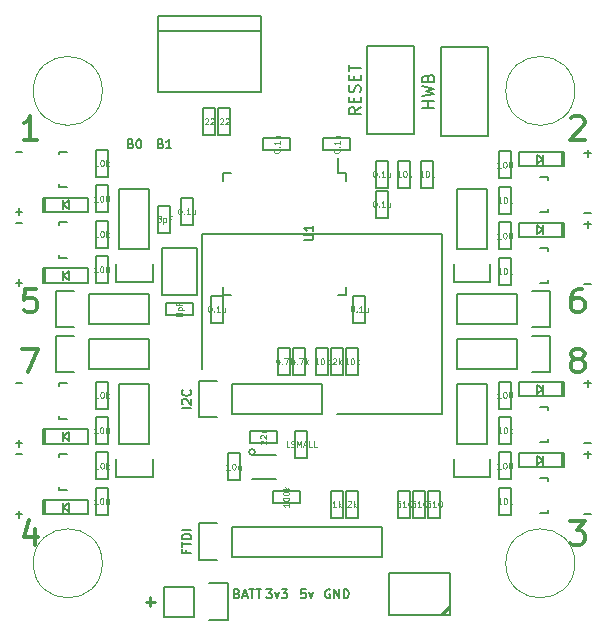
<source format=gto>
G04 #@! TF.FileFunction,Legend,Top*
%FSLAX46Y46*%
G04 Gerber Fmt 4.6, Leading zero omitted, Abs format (unit mm)*
G04 Created by KiCad (PCBNEW 4.0.2+dfsg1-2~bpo8+1-stable) date Sat 05 Mar 2016 08:20:57 PM MST*
%MOMM*%
G01*
G04 APERTURE LIST*
%ADD10C,0.100000*%
%ADD11C,0.150000*%
%ADD12C,0.152400*%
%ADD13C,0.300000*%
%ADD14C,0.050800*%
%ADD15C,0.190500*%
%ADD16C,0.250000*%
%ADD17C,0.114300*%
%ADD18C,0.350000*%
G04 APERTURE END LIST*
D10*
D11*
X69340000Y-71310000D02*
G75*
G03X69340000Y-71310000I-250000J0D01*
G01*
X71090000Y-71560000D02*
X69090000Y-71560000D01*
X71090000Y-73560000D02*
X69090000Y-73560000D01*
X77010000Y-47685000D02*
X76335000Y-47685000D01*
X77010000Y-58035000D02*
X76335000Y-58035000D01*
X66660000Y-58035000D02*
X67335000Y-58035000D01*
X66660000Y-47685000D02*
X67335000Y-47685000D01*
X77010000Y-47685000D02*
X77010000Y-48360000D01*
X66660000Y-47685000D02*
X66660000Y-48360000D01*
X66660000Y-58035000D02*
X66660000Y-57360000D01*
X77010000Y-58035000D02*
X77010000Y-57360000D01*
X76335000Y-47685000D02*
X76335000Y-46410000D01*
X85170000Y-52860000D02*
X85170000Y-68100000D01*
X64850000Y-52860000D02*
X64850000Y-64290000D01*
X85170000Y-52860000D02*
X64850000Y-52860000D01*
X85170000Y-68100000D02*
X76280000Y-68100000D01*
X67390000Y-68100000D02*
X75010000Y-68100000D01*
X67390000Y-65560000D02*
X75010000Y-65560000D01*
X64570000Y-65280000D02*
X66120000Y-65280000D01*
X75010000Y-68100000D02*
X75010000Y-65560000D01*
X67390000Y-65560000D02*
X67390000Y-68100000D01*
X66120000Y-68380000D02*
X64570000Y-68380000D01*
X64570000Y-68380000D02*
X64570000Y-65280000D01*
X64215000Y-85245000D02*
X61675000Y-85245000D01*
X67035000Y-85525000D02*
X65485000Y-85525000D01*
X64215000Y-85245000D02*
X64215000Y-82705000D01*
X65485000Y-82425000D02*
X67035000Y-82425000D01*
X67035000Y-82425000D02*
X67035000Y-85525000D01*
X64215000Y-82705000D02*
X61675000Y-82705000D01*
X61675000Y-82705000D02*
X61675000Y-85245000D01*
D12*
X55857000Y-57008000D02*
X56873000Y-57008000D01*
X56873000Y-57008000D02*
X56873000Y-54722000D01*
X56873000Y-54722000D02*
X55857000Y-54722000D01*
X55857000Y-54722000D02*
X55857000Y-57008000D01*
D11*
X78841184Y-44412768D02*
X78841184Y-36912768D01*
X78841184Y-36912768D02*
X82841184Y-36912768D01*
X82841184Y-36912768D02*
X82841184Y-44412768D01*
X82841184Y-44412768D02*
X78841184Y-44412768D01*
X89075000Y-37045000D02*
X89075000Y-44545000D01*
X89075000Y-44545000D02*
X85075000Y-44545000D01*
X85075000Y-44545000D02*
X85075000Y-37045000D01*
X85075000Y-37045000D02*
X89075000Y-37045000D01*
X67390000Y-77625000D02*
X80090000Y-77625000D01*
X80090000Y-77625000D02*
X80090000Y-80165000D01*
X80090000Y-80165000D02*
X67390000Y-80165000D01*
X64570000Y-77345000D02*
X66120000Y-77345000D01*
X67390000Y-77625000D02*
X67390000Y-80165000D01*
X66120000Y-80445000D02*
X64570000Y-80445000D01*
X64570000Y-80445000D02*
X64570000Y-77345000D01*
D12*
X79582000Y-51463000D02*
X80598000Y-51463000D01*
X80598000Y-51463000D02*
X80598000Y-49177000D01*
X80598000Y-49177000D02*
X79582000Y-49177000D01*
X79582000Y-49177000D02*
X79582000Y-51463000D01*
X77423000Y-45748000D02*
X77423000Y-44732000D01*
X77423000Y-44732000D02*
X75137000Y-44732000D01*
X75137000Y-44732000D02*
X75137000Y-45748000D01*
X75137000Y-45748000D02*
X77423000Y-45748000D01*
X77677000Y-60353000D02*
X78693000Y-60353000D01*
X78693000Y-60353000D02*
X78693000Y-58067000D01*
X78693000Y-58067000D02*
X77677000Y-58067000D01*
X77677000Y-58067000D02*
X77677000Y-60353000D01*
X66628000Y-58067000D02*
X65612000Y-58067000D01*
X65612000Y-58067000D02*
X65612000Y-60353000D01*
X65612000Y-60353000D02*
X66628000Y-60353000D01*
X66628000Y-60353000D02*
X66628000Y-58067000D01*
X79582000Y-48923000D02*
X80598000Y-48923000D01*
X80598000Y-48923000D02*
X80598000Y-46637000D01*
X80598000Y-46637000D02*
X79582000Y-46637000D01*
X79582000Y-46637000D02*
X79582000Y-48923000D01*
X63072000Y-52098000D02*
X64088000Y-52098000D01*
X64088000Y-52098000D02*
X64088000Y-49812000D01*
X64088000Y-49812000D02*
X63072000Y-49812000D01*
X63072000Y-49812000D02*
X63072000Y-52098000D01*
D13*
X51465000Y-50865000D02*
X51465000Y-49865000D01*
D11*
X51565000Y-50965000D02*
X51365000Y-50965000D01*
X51365000Y-50965000D02*
X51365000Y-49765000D01*
X51365000Y-49765000D02*
X51565000Y-49765000D01*
X55165000Y-50965000D02*
X51565000Y-50965000D01*
X51565000Y-49765000D02*
X55165000Y-49765000D01*
X55165000Y-49765000D02*
X55165000Y-50965000D01*
X53111000Y-50746000D02*
X53111000Y-49984000D01*
X53619000Y-50746000D02*
X53619000Y-49984000D01*
X53619000Y-49984000D02*
X53111000Y-50365000D01*
X53111000Y-50365000D02*
X53619000Y-50746000D01*
D13*
X95400000Y-46000000D02*
X95400000Y-47000000D01*
D11*
X95300000Y-45900000D02*
X95500000Y-45900000D01*
X95500000Y-45900000D02*
X95500000Y-47100000D01*
X95500000Y-47100000D02*
X95300000Y-47100000D01*
X91700000Y-45900000D02*
X95300000Y-45900000D01*
X95300000Y-47100000D02*
X91700000Y-47100000D01*
X91700000Y-47100000D02*
X91700000Y-45900000D01*
X93754000Y-46119000D02*
X93754000Y-46881000D01*
X93246000Y-46119000D02*
X93246000Y-46881000D01*
X93246000Y-46881000D02*
X93754000Y-46500000D01*
X93754000Y-46500000D02*
X93246000Y-46119000D01*
D13*
X95400000Y-71485000D02*
X95400000Y-72485000D01*
D11*
X95300000Y-71385000D02*
X95500000Y-71385000D01*
X95500000Y-71385000D02*
X95500000Y-72585000D01*
X95500000Y-72585000D02*
X95300000Y-72585000D01*
X91700000Y-71385000D02*
X95300000Y-71385000D01*
X95300000Y-72585000D02*
X91700000Y-72585000D01*
X91700000Y-72585000D02*
X91700000Y-71385000D01*
X93754000Y-71604000D02*
X93754000Y-72366000D01*
X93246000Y-71604000D02*
X93246000Y-72366000D01*
X93246000Y-72366000D02*
X93754000Y-71985000D01*
X93754000Y-71985000D02*
X93246000Y-71604000D01*
D13*
X51465000Y-76485000D02*
X51465000Y-75485000D01*
D11*
X51565000Y-76585000D02*
X51365000Y-76585000D01*
X51365000Y-76585000D02*
X51365000Y-75385000D01*
X51365000Y-75385000D02*
X51565000Y-75385000D01*
X55165000Y-76585000D02*
X51565000Y-76585000D01*
X51565000Y-75385000D02*
X55165000Y-75385000D01*
X55165000Y-75385000D02*
X55165000Y-76585000D01*
X53111000Y-76366000D02*
X53111000Y-75604000D01*
X53619000Y-76366000D02*
X53619000Y-75604000D01*
X53619000Y-75604000D02*
X53111000Y-75985000D01*
X53111000Y-75985000D02*
X53619000Y-76366000D01*
D12*
X55857000Y-51008000D02*
X56873000Y-51008000D01*
X56873000Y-51008000D02*
X56873000Y-48722000D01*
X56873000Y-48722000D02*
X55857000Y-48722000D01*
X55857000Y-48722000D02*
X55857000Y-51008000D01*
X91008000Y-45857000D02*
X89992000Y-45857000D01*
X89992000Y-45857000D02*
X89992000Y-48143000D01*
X89992000Y-48143000D02*
X91008000Y-48143000D01*
X91008000Y-48143000D02*
X91008000Y-45857000D01*
X56873000Y-45722000D02*
X55857000Y-45722000D01*
X55857000Y-45722000D02*
X55857000Y-48008000D01*
X55857000Y-48008000D02*
X56873000Y-48008000D01*
X56873000Y-48008000D02*
X56873000Y-45722000D01*
X89992000Y-51143000D02*
X91008000Y-51143000D01*
X91008000Y-51143000D02*
X91008000Y-48857000D01*
X91008000Y-48857000D02*
X89992000Y-48857000D01*
X89992000Y-48857000D02*
X89992000Y-51143000D01*
X91008000Y-71342000D02*
X89992000Y-71342000D01*
X89992000Y-71342000D02*
X89992000Y-73628000D01*
X89992000Y-73628000D02*
X91008000Y-73628000D01*
X91008000Y-73628000D02*
X91008000Y-71342000D01*
X55857000Y-76628000D02*
X56873000Y-76628000D01*
X56873000Y-76628000D02*
X56873000Y-74342000D01*
X56873000Y-74342000D02*
X55857000Y-74342000D01*
X55857000Y-74342000D02*
X55857000Y-76628000D01*
X89992000Y-76628000D02*
X91008000Y-76628000D01*
X91008000Y-76628000D02*
X91008000Y-74342000D01*
X91008000Y-74342000D02*
X89992000Y-74342000D01*
X89992000Y-74342000D02*
X89992000Y-76628000D01*
X56873000Y-71342000D02*
X55857000Y-71342000D01*
X55857000Y-71342000D02*
X55857000Y-73628000D01*
X55857000Y-73628000D02*
X56873000Y-73628000D01*
X56873000Y-73628000D02*
X56873000Y-71342000D01*
X91008000Y-51857000D02*
X89992000Y-51857000D01*
X89992000Y-51857000D02*
X89992000Y-54143000D01*
X89992000Y-54143000D02*
X91008000Y-54143000D01*
X91008000Y-54143000D02*
X91008000Y-51857000D01*
X82503000Y-46637000D02*
X81487000Y-46637000D01*
X81487000Y-46637000D02*
X81487000Y-48923000D01*
X81487000Y-48923000D02*
X82503000Y-48923000D01*
X82503000Y-48923000D02*
X82503000Y-46637000D01*
X75772000Y-64798000D02*
X76788000Y-64798000D01*
X76788000Y-64798000D02*
X76788000Y-62512000D01*
X76788000Y-62512000D02*
X75772000Y-62512000D01*
X75772000Y-62512000D02*
X75772000Y-64798000D01*
X78058000Y-62512000D02*
X77042000Y-62512000D01*
X77042000Y-62512000D02*
X77042000Y-64798000D01*
X77042000Y-64798000D02*
X78058000Y-64798000D01*
X78058000Y-64798000D02*
X78058000Y-62512000D01*
X75518000Y-62512000D02*
X74502000Y-62512000D01*
X74502000Y-62512000D02*
X74502000Y-64798000D01*
X74502000Y-64798000D02*
X75518000Y-64798000D01*
X75518000Y-64798000D02*
X75518000Y-62512000D01*
X75772000Y-76863000D02*
X76788000Y-76863000D01*
X76788000Y-76863000D02*
X76788000Y-74577000D01*
X76788000Y-74577000D02*
X75772000Y-74577000D01*
X75772000Y-74577000D02*
X75772000Y-76863000D01*
X71327000Y-64798000D02*
X72343000Y-64798000D01*
X72343000Y-64798000D02*
X72343000Y-62512000D01*
X72343000Y-62512000D02*
X71327000Y-62512000D01*
X71327000Y-62512000D02*
X71327000Y-64798000D01*
X83392000Y-48923000D02*
X84408000Y-48923000D01*
X84408000Y-48923000D02*
X84408000Y-46637000D01*
X84408000Y-46637000D02*
X83392000Y-46637000D01*
X83392000Y-46637000D02*
X83392000Y-48923000D01*
X78058000Y-74577000D02*
X77042000Y-74577000D01*
X77042000Y-74577000D02*
X77042000Y-76863000D01*
X77042000Y-76863000D02*
X78058000Y-76863000D01*
X78058000Y-76863000D02*
X78058000Y-74577000D01*
X72597000Y-64798000D02*
X73613000Y-64798000D01*
X73613000Y-64798000D02*
X73613000Y-62512000D01*
X73613000Y-62512000D02*
X72597000Y-62512000D01*
X72597000Y-62512000D02*
X72597000Y-64798000D01*
D11*
X61445000Y-58035000D02*
X61445000Y-54035000D01*
X61445000Y-54035000D02*
X64445000Y-54035000D01*
X64445000Y-54035000D02*
X64445000Y-58035000D01*
X64445000Y-58035000D02*
X61445000Y-58035000D01*
D12*
X72343000Y-45748000D02*
X72343000Y-44732000D01*
X72343000Y-44732000D02*
X70057000Y-44732000D01*
X70057000Y-44732000D02*
X70057000Y-45748000D01*
X70057000Y-45748000D02*
X72343000Y-45748000D01*
X64088000Y-59718000D02*
X64088000Y-58702000D01*
X64088000Y-58702000D02*
X61802000Y-58702000D01*
X61802000Y-58702000D02*
X61802000Y-59718000D01*
X61802000Y-59718000D02*
X64088000Y-59718000D01*
X61167000Y-52733000D02*
X62183000Y-52733000D01*
X62183000Y-52733000D02*
X62183000Y-50447000D01*
X62183000Y-50447000D02*
X61167000Y-50447000D01*
X61167000Y-50447000D02*
X61167000Y-52733000D01*
X84027000Y-76863000D02*
X85043000Y-76863000D01*
X85043000Y-76863000D02*
X85043000Y-74577000D01*
X85043000Y-74577000D02*
X84027000Y-74577000D01*
X84027000Y-74577000D02*
X84027000Y-76863000D01*
D11*
X85865000Y-84340000D02*
X85065000Y-85140000D01*
X85265000Y-85140000D02*
X85865000Y-84540000D01*
X80665000Y-85140000D02*
X80665000Y-81540000D01*
X80665000Y-81540000D02*
X85865000Y-81540000D01*
X85865000Y-81540000D02*
X85865000Y-85140000D01*
X85865000Y-85140000D02*
X80665000Y-85140000D01*
D12*
X82757000Y-76863000D02*
X83773000Y-76863000D01*
X83773000Y-76863000D02*
X83773000Y-74577000D01*
X83773000Y-74577000D02*
X82757000Y-74577000D01*
X82757000Y-74577000D02*
X82757000Y-76863000D01*
X81487000Y-76863000D02*
X82503000Y-76863000D01*
X82503000Y-76863000D02*
X82503000Y-74577000D01*
X82503000Y-74577000D02*
X81487000Y-74577000D01*
X81487000Y-74577000D02*
X81487000Y-76863000D01*
D11*
X52714760Y-52065840D02*
X52714760Y-52114100D01*
X53415800Y-54864820D02*
X52714760Y-54864820D01*
X52714760Y-54864820D02*
X52714760Y-54615900D01*
X52714760Y-52065840D02*
X52714760Y-51865180D01*
X52714760Y-51865180D02*
X53415800Y-51865180D01*
X94150240Y-56799160D02*
X94150240Y-56750900D01*
X93449200Y-54000180D02*
X94150240Y-54000180D01*
X94150240Y-54000180D02*
X94150240Y-54249100D01*
X94150240Y-56799160D02*
X94150240Y-56999820D01*
X94150240Y-56999820D02*
X93449200Y-56999820D01*
D13*
X51465000Y-56865000D02*
X51465000Y-55865000D01*
D11*
X51565000Y-56965000D02*
X51365000Y-56965000D01*
X51365000Y-56965000D02*
X51365000Y-55765000D01*
X51365000Y-55765000D02*
X51565000Y-55765000D01*
X55165000Y-56965000D02*
X51565000Y-56965000D01*
X51565000Y-55765000D02*
X55165000Y-55765000D01*
X55165000Y-55765000D02*
X55165000Y-56965000D01*
X53111000Y-56746000D02*
X53111000Y-55984000D01*
X53619000Y-56746000D02*
X53619000Y-55984000D01*
X53619000Y-55984000D02*
X53111000Y-56365000D01*
X53111000Y-56365000D02*
X53619000Y-56746000D01*
D13*
X95400000Y-52000000D02*
X95400000Y-53000000D01*
D11*
X95300000Y-51900000D02*
X95500000Y-51900000D01*
X95500000Y-51900000D02*
X95500000Y-53100000D01*
X95500000Y-53100000D02*
X95300000Y-53100000D01*
X91700000Y-51900000D02*
X95300000Y-51900000D01*
X95300000Y-53100000D02*
X91700000Y-53100000D01*
X91700000Y-53100000D02*
X91700000Y-51900000D01*
X93754000Y-52119000D02*
X93754000Y-52881000D01*
X93246000Y-52119000D02*
X93246000Y-52881000D01*
X93246000Y-52881000D02*
X93754000Y-52500000D01*
X93754000Y-52500000D02*
X93246000Y-52119000D01*
X52714760Y-46065840D02*
X52714760Y-46114100D01*
X53415800Y-48864820D02*
X52714760Y-48864820D01*
X52714760Y-48864820D02*
X52714760Y-48615900D01*
X52714760Y-46065840D02*
X52714760Y-45865180D01*
X52714760Y-45865180D02*
X53415800Y-45865180D01*
X94150240Y-50799159D02*
X94150240Y-50750899D01*
X93449200Y-48000179D02*
X94150240Y-48000179D01*
X94150240Y-48000179D02*
X94150240Y-48249099D01*
X94150240Y-50799159D02*
X94150240Y-50999819D01*
X94150240Y-50999819D02*
X93449200Y-50999819D01*
X94150240Y-76284160D02*
X94150240Y-76235900D01*
X93449200Y-73485180D02*
X94150240Y-73485180D01*
X94150240Y-73485180D02*
X94150240Y-73734100D01*
X94150240Y-76284160D02*
X94150240Y-76484820D01*
X94150240Y-76484820D02*
X93449200Y-76484820D01*
X52714760Y-71685840D02*
X52714760Y-71734100D01*
X53415800Y-74484820D02*
X52714760Y-74484820D01*
X52714760Y-74484820D02*
X52714760Y-74235900D01*
X52714760Y-71685840D02*
X52714760Y-71485180D01*
X52714760Y-71485180D02*
X53415800Y-71485180D01*
D12*
X56873000Y-51722000D02*
X55857000Y-51722000D01*
X55857000Y-51722000D02*
X55857000Y-54008000D01*
X55857000Y-54008000D02*
X56873000Y-54008000D01*
X56873000Y-54008000D02*
X56873000Y-51722000D01*
X89992000Y-57143000D02*
X91008000Y-57143000D01*
X91008000Y-57143000D02*
X91008000Y-54857000D01*
X91008000Y-54857000D02*
X89992000Y-54857000D01*
X89992000Y-54857000D02*
X89992000Y-57143000D01*
D13*
X51465000Y-70485000D02*
X51465000Y-69485000D01*
D11*
X51565000Y-70585000D02*
X51365000Y-70585000D01*
X51365000Y-70585000D02*
X51365000Y-69385000D01*
X51365000Y-69385000D02*
X51565000Y-69385000D01*
X55165000Y-70585000D02*
X51565000Y-70585000D01*
X51565000Y-69385000D02*
X55165000Y-69385000D01*
X55165000Y-69385000D02*
X55165000Y-70585000D01*
X53111000Y-70366000D02*
X53111000Y-69604000D01*
X53619000Y-70366000D02*
X53619000Y-69604000D01*
X53619000Y-69604000D02*
X53111000Y-69985000D01*
X53111000Y-69985000D02*
X53619000Y-70366000D01*
D13*
X95400000Y-65485000D02*
X95400000Y-66485000D01*
D11*
X95300000Y-65385000D02*
X95500000Y-65385000D01*
X95500000Y-65385000D02*
X95500000Y-66585000D01*
X95500000Y-66585000D02*
X95300000Y-66585000D01*
X91700000Y-65385000D02*
X95300000Y-65385000D01*
X95300000Y-66585000D02*
X91700000Y-66585000D01*
X91700000Y-66585000D02*
X91700000Y-65385000D01*
X93754000Y-65604000D02*
X93754000Y-66366000D01*
X93246000Y-65604000D02*
X93246000Y-66366000D01*
X93246000Y-66366000D02*
X93754000Y-65985000D01*
X93754000Y-65985000D02*
X93246000Y-65604000D01*
X52714760Y-65685840D02*
X52714760Y-65734100D01*
X53415800Y-68484820D02*
X52714760Y-68484820D01*
X52714760Y-68484820D02*
X52714760Y-68235900D01*
X52714760Y-65685840D02*
X52714760Y-65485180D01*
X52714760Y-65485180D02*
X53415800Y-65485180D01*
X94150240Y-70284160D02*
X94150240Y-70235900D01*
X93449200Y-67485180D02*
X94150240Y-67485180D01*
X94150240Y-67485180D02*
X94150240Y-67734100D01*
X94150240Y-70284160D02*
X94150240Y-70484820D01*
X94150240Y-70484820D02*
X93449200Y-70484820D01*
D12*
X55857000Y-70628000D02*
X56873000Y-70628000D01*
X56873000Y-70628000D02*
X56873000Y-68342000D01*
X56873000Y-68342000D02*
X55857000Y-68342000D01*
X55857000Y-68342000D02*
X55857000Y-70628000D01*
X91008000Y-65342000D02*
X89992000Y-65342000D01*
X89992000Y-65342000D02*
X89992000Y-67628000D01*
X89992000Y-67628000D02*
X91008000Y-67628000D01*
X91008000Y-67628000D02*
X91008000Y-65342000D01*
X56873000Y-65342000D02*
X55857000Y-65342000D01*
X55857000Y-65342000D02*
X55857000Y-67628000D01*
X55857000Y-67628000D02*
X56873000Y-67628000D01*
X56873000Y-67628000D02*
X56873000Y-65342000D01*
X89992000Y-70628000D02*
X91008000Y-70628000D01*
X91008000Y-70628000D02*
X91008000Y-68342000D01*
X91008000Y-68342000D02*
X89992000Y-68342000D01*
X89992000Y-68342000D02*
X89992000Y-70628000D01*
D11*
X60405000Y-54130000D02*
X60405000Y-49050000D01*
X60405000Y-49050000D02*
X57865000Y-49050000D01*
X57865000Y-49050000D02*
X57865000Y-54130000D01*
X57585000Y-56950000D02*
X57585000Y-55400000D01*
X57865000Y-54130000D02*
X60405000Y-54130000D01*
X60685000Y-55400000D02*
X60685000Y-56950000D01*
X60685000Y-56950000D02*
X57585000Y-56950000D01*
X88980000Y-54130000D02*
X88980000Y-49050000D01*
X88980000Y-49050000D02*
X86440000Y-49050000D01*
X86440000Y-49050000D02*
X86440000Y-54130000D01*
X86160000Y-56950000D02*
X86160000Y-55400000D01*
X86440000Y-54130000D02*
X88980000Y-54130000D01*
X89260000Y-55400000D02*
X89260000Y-56950000D01*
X89260000Y-56950000D02*
X86160000Y-56950000D01*
X88980000Y-70640000D02*
X88980000Y-65560000D01*
X88980000Y-65560000D02*
X86440000Y-65560000D01*
X86440000Y-65560000D02*
X86440000Y-70640000D01*
X86160000Y-73460000D02*
X86160000Y-71910000D01*
X86440000Y-70640000D02*
X88980000Y-70640000D01*
X89260000Y-71910000D02*
X89260000Y-73460000D01*
X89260000Y-73460000D02*
X86160000Y-73460000D01*
X60405000Y-70640000D02*
X60405000Y-65560000D01*
X60405000Y-65560000D02*
X57865000Y-65560000D01*
X57865000Y-65560000D02*
X57865000Y-70640000D01*
X57585000Y-73460000D02*
X57585000Y-71910000D01*
X57865000Y-70640000D02*
X60405000Y-70640000D01*
X60685000Y-71910000D02*
X60685000Y-73460000D01*
X60685000Y-73460000D02*
X57585000Y-73460000D01*
X55325000Y-60480000D02*
X60405000Y-60480000D01*
X60405000Y-60480000D02*
X60405000Y-57940000D01*
X60405000Y-57940000D02*
X55325000Y-57940000D01*
X52505000Y-57660000D02*
X54055000Y-57660000D01*
X55325000Y-57940000D02*
X55325000Y-60480000D01*
X54055000Y-60760000D02*
X52505000Y-60760000D01*
X52505000Y-60760000D02*
X52505000Y-57660000D01*
X91520000Y-57940000D02*
X86440000Y-57940000D01*
X86440000Y-57940000D02*
X86440000Y-60480000D01*
X86440000Y-60480000D02*
X91520000Y-60480000D01*
X94340000Y-60760000D02*
X92790000Y-60760000D01*
X91520000Y-60480000D02*
X91520000Y-57940000D01*
X92790000Y-57660000D02*
X94340000Y-57660000D01*
X94340000Y-57660000D02*
X94340000Y-60760000D01*
X55325000Y-64290000D02*
X60405000Y-64290000D01*
X60405000Y-64290000D02*
X60405000Y-61750000D01*
X60405000Y-61750000D02*
X55325000Y-61750000D01*
X52505000Y-61470000D02*
X54055000Y-61470000D01*
X55325000Y-61750000D02*
X55325000Y-64290000D01*
X54055000Y-64570000D02*
X52505000Y-64570000D01*
X52505000Y-64570000D02*
X52505000Y-61470000D01*
X91520000Y-61750000D02*
X86440000Y-61750000D01*
X86440000Y-61750000D02*
X86440000Y-64290000D01*
X86440000Y-64290000D02*
X91520000Y-64290000D01*
X94340000Y-64570000D02*
X92790000Y-64570000D01*
X91520000Y-64290000D02*
X91520000Y-61750000D01*
X92790000Y-61470000D02*
X94340000Y-61470000D01*
X94340000Y-61470000D02*
X94340000Y-64570000D01*
D14*
X56421000Y-40730000D02*
G75*
G03X56421000Y-40730000I-2921000J0D01*
G01*
X96421000Y-40730000D02*
G75*
G03X96421000Y-40730000I-2921000J0D01*
G01*
X96421000Y-80730000D02*
G75*
G03X96421000Y-80730000I-2921000J0D01*
G01*
X56421000Y-80730000D02*
G75*
G03X56421000Y-80730000I-2921000J0D01*
G01*
D12*
X67263000Y-42192000D02*
X66247000Y-42192000D01*
X66247000Y-42192000D02*
X66247000Y-44478000D01*
X66247000Y-44478000D02*
X67263000Y-44478000D01*
X67263000Y-44478000D02*
X67263000Y-42192000D01*
X65993000Y-42192000D02*
X64977000Y-42192000D01*
X64977000Y-42192000D02*
X64977000Y-44478000D01*
X64977000Y-44478000D02*
X65993000Y-44478000D01*
X65993000Y-44478000D02*
X65993000Y-42192000D01*
D11*
X69850900Y-34412540D02*
X61150900Y-34412540D01*
X69850900Y-40817540D02*
X61150900Y-40817540D01*
X61150900Y-40817540D02*
X61150900Y-34412540D01*
X61150900Y-35642540D02*
X69850900Y-35642540D01*
X69850900Y-34412540D02*
X69850900Y-40817540D01*
D12*
X67042000Y-73703000D02*
X68058000Y-73703000D01*
X68058000Y-73703000D02*
X68058000Y-71417000D01*
X68058000Y-71417000D02*
X67042000Y-71417000D01*
X67042000Y-71417000D02*
X67042000Y-73703000D01*
X71233000Y-70528000D02*
X71233000Y-69512000D01*
X71233000Y-69512000D02*
X68947000Y-69512000D01*
X68947000Y-69512000D02*
X68947000Y-70528000D01*
X68947000Y-70528000D02*
X71233000Y-70528000D01*
X72757000Y-71798000D02*
X73773000Y-71798000D01*
X73773000Y-71798000D02*
X73773000Y-69512000D01*
X73773000Y-69512000D02*
X72757000Y-69512000D01*
X72757000Y-69512000D02*
X72757000Y-71798000D01*
X70852000Y-74592000D02*
X70852000Y-75608000D01*
X70852000Y-75608000D02*
X73138000Y-75608000D01*
X73138000Y-75608000D02*
X73138000Y-74592000D01*
X73138000Y-74592000D02*
X70852000Y-74592000D01*
D15*
X73497714Y-53356571D02*
X74114571Y-53356571D01*
X74187143Y-53320286D01*
X74223429Y-53284000D01*
X74259714Y-53211429D01*
X74259714Y-53066286D01*
X74223429Y-52993714D01*
X74187143Y-52957429D01*
X74114571Y-52921143D01*
X73497714Y-52921143D01*
X74259714Y-52159143D02*
X74259714Y-52594571D01*
X74259714Y-52376857D02*
X73497714Y-52376857D01*
X73606571Y-52449428D01*
X73679143Y-52522000D01*
X73715429Y-52594571D01*
X63924714Y-67573856D02*
X63162714Y-67573856D01*
X63235286Y-67247285D02*
X63199000Y-67210999D01*
X63162714Y-67138428D01*
X63162714Y-66956999D01*
X63199000Y-66884428D01*
X63235286Y-66848142D01*
X63307857Y-66811857D01*
X63380429Y-66811857D01*
X63489286Y-66848142D01*
X63924714Y-67283571D01*
X63924714Y-66811857D01*
X63852143Y-66049857D02*
X63888429Y-66086143D01*
X63924714Y-66195000D01*
X63924714Y-66267571D01*
X63888429Y-66376428D01*
X63815857Y-66449000D01*
X63743286Y-66485285D01*
X63598143Y-66521571D01*
X63489286Y-66521571D01*
X63344143Y-66485285D01*
X63271571Y-66449000D01*
X63199000Y-66376428D01*
X63162714Y-66267571D01*
X63162714Y-66195000D01*
X63199000Y-66086143D01*
X63235286Y-66049857D01*
D16*
X60476429Y-84355952D02*
X60476429Y-83594047D01*
X60857381Y-83974999D02*
X60095476Y-83974999D01*
D17*
X56026333Y-56094810D02*
X55736047Y-56094810D01*
X55881190Y-56094810D02*
X55881190Y-55586810D01*
X55832809Y-55659381D01*
X55784428Y-55707762D01*
X55736047Y-55731952D01*
X56340809Y-55586810D02*
X56389190Y-55586810D01*
X56437571Y-55611000D01*
X56461762Y-55635190D01*
X56485952Y-55683571D01*
X56510143Y-55780333D01*
X56510143Y-55901286D01*
X56485952Y-55998048D01*
X56461762Y-56046429D01*
X56437571Y-56070619D01*
X56389190Y-56094810D01*
X56340809Y-56094810D01*
X56292428Y-56070619D01*
X56268238Y-56046429D01*
X56244047Y-55998048D01*
X56219857Y-55901286D01*
X56219857Y-55780333D01*
X56244047Y-55683571D01*
X56268238Y-55635190D01*
X56292428Y-55611000D01*
X56340809Y-55586810D01*
X56824619Y-55586810D02*
X56873000Y-55586810D01*
X56921381Y-55611000D01*
X56945572Y-55635190D01*
X56969762Y-55683571D01*
X56993953Y-55780333D01*
X56993953Y-55901286D01*
X56969762Y-55998048D01*
X56945572Y-56046429D01*
X56921381Y-56070619D01*
X56873000Y-56094810D01*
X56824619Y-56094810D01*
X56776238Y-56070619D01*
X56752048Y-56046429D01*
X56727857Y-55998048D01*
X56703667Y-55901286D01*
X56703667Y-55780333D01*
X56727857Y-55683571D01*
X56752048Y-55635190D01*
X56776238Y-55611000D01*
X56824619Y-55586810D01*
D11*
X78293565Y-42115149D02*
X77817374Y-42448483D01*
X78293565Y-42686578D02*
X77293565Y-42686578D01*
X77293565Y-42305625D01*
X77341184Y-42210387D01*
X77388803Y-42162768D01*
X77484041Y-42115149D01*
X77626898Y-42115149D01*
X77722136Y-42162768D01*
X77769755Y-42210387D01*
X77817374Y-42305625D01*
X77817374Y-42686578D01*
X77769755Y-41686578D02*
X77769755Y-41353244D01*
X78293565Y-41210387D02*
X78293565Y-41686578D01*
X77293565Y-41686578D01*
X77293565Y-41210387D01*
X78245946Y-40829435D02*
X78293565Y-40686578D01*
X78293565Y-40448482D01*
X78245946Y-40353244D01*
X78198327Y-40305625D01*
X78103089Y-40258006D01*
X78007851Y-40258006D01*
X77912613Y-40305625D01*
X77864994Y-40353244D01*
X77817374Y-40448482D01*
X77769755Y-40638959D01*
X77722136Y-40734197D01*
X77674517Y-40781816D01*
X77579279Y-40829435D01*
X77484041Y-40829435D01*
X77388803Y-40781816D01*
X77341184Y-40734197D01*
X77293565Y-40638959D01*
X77293565Y-40400863D01*
X77341184Y-40258006D01*
X77769755Y-39829435D02*
X77769755Y-39496101D01*
X78293565Y-39353244D02*
X78293565Y-39829435D01*
X77293565Y-39829435D01*
X77293565Y-39353244D01*
X77293565Y-39067530D02*
X77293565Y-38496101D01*
X78293565Y-38781816D02*
X77293565Y-38781816D01*
X84527381Y-42152143D02*
X83527381Y-42152143D01*
X84003571Y-42152143D02*
X84003571Y-41580714D01*
X84527381Y-41580714D02*
X83527381Y-41580714D01*
X83527381Y-41199762D02*
X84527381Y-40961667D01*
X83813095Y-40771190D01*
X84527381Y-40580714D01*
X83527381Y-40342619D01*
X84003571Y-39628333D02*
X84051190Y-39485476D01*
X84098810Y-39437857D01*
X84194048Y-39390238D01*
X84336905Y-39390238D01*
X84432143Y-39437857D01*
X84479762Y-39485476D01*
X84527381Y-39580714D01*
X84527381Y-39961667D01*
X83527381Y-39961667D01*
X83527381Y-39628333D01*
X83575000Y-39533095D01*
X83622619Y-39485476D01*
X83717857Y-39437857D01*
X83813095Y-39437857D01*
X83908333Y-39485476D01*
X83955952Y-39533095D01*
X84003571Y-39628333D01*
X84003571Y-39961667D01*
D15*
X63525571Y-79638856D02*
X63525571Y-79892856D01*
X63924714Y-79892856D02*
X63162714Y-79892856D01*
X63162714Y-79529999D01*
X63162714Y-79348571D02*
X63162714Y-78913142D01*
X63924714Y-79130856D02*
X63162714Y-79130856D01*
X63924714Y-78659142D02*
X63162714Y-78659142D01*
X63162714Y-78477714D01*
X63199000Y-78368857D01*
X63271571Y-78296285D01*
X63344143Y-78260000D01*
X63489286Y-78223714D01*
X63598143Y-78223714D01*
X63743286Y-78260000D01*
X63815857Y-78296285D01*
X63888429Y-78368857D01*
X63924714Y-78477714D01*
X63924714Y-78659142D01*
X63924714Y-77897142D02*
X63162714Y-77897142D01*
D17*
X79473142Y-50041810D02*
X79521523Y-50041810D01*
X79569904Y-50066000D01*
X79594095Y-50090190D01*
X79618285Y-50138571D01*
X79642476Y-50235333D01*
X79642476Y-50356286D01*
X79618285Y-50453048D01*
X79594095Y-50501429D01*
X79569904Y-50525619D01*
X79521523Y-50549810D01*
X79473142Y-50549810D01*
X79424761Y-50525619D01*
X79400571Y-50501429D01*
X79376380Y-50453048D01*
X79352190Y-50356286D01*
X79352190Y-50235333D01*
X79376380Y-50138571D01*
X79400571Y-50090190D01*
X79424761Y-50066000D01*
X79473142Y-50041810D01*
X79860190Y-50501429D02*
X79884381Y-50525619D01*
X79860190Y-50549810D01*
X79836000Y-50525619D01*
X79860190Y-50501429D01*
X79860190Y-50549810D01*
X80368191Y-50549810D02*
X80077905Y-50549810D01*
X80223048Y-50549810D02*
X80223048Y-50041810D01*
X80174667Y-50114381D01*
X80126286Y-50162762D01*
X80077905Y-50186952D01*
X80803620Y-50211143D02*
X80803620Y-50549810D01*
X80585905Y-50211143D02*
X80585905Y-50477238D01*
X80610096Y-50525619D01*
X80658477Y-50549810D01*
X80731048Y-50549810D01*
X80779429Y-50525619D01*
X80803620Y-50501429D01*
X76001810Y-45856858D02*
X76001810Y-45808477D01*
X76026000Y-45760096D01*
X76050190Y-45735905D01*
X76098571Y-45711715D01*
X76195333Y-45687524D01*
X76316286Y-45687524D01*
X76413048Y-45711715D01*
X76461429Y-45735905D01*
X76485619Y-45760096D01*
X76509810Y-45808477D01*
X76509810Y-45856858D01*
X76485619Y-45905239D01*
X76461429Y-45929429D01*
X76413048Y-45953620D01*
X76316286Y-45977810D01*
X76195333Y-45977810D01*
X76098571Y-45953620D01*
X76050190Y-45929429D01*
X76026000Y-45905239D01*
X76001810Y-45856858D01*
X76461429Y-45469810D02*
X76485619Y-45445619D01*
X76509810Y-45469810D01*
X76485619Y-45494000D01*
X76461429Y-45469810D01*
X76509810Y-45469810D01*
X76509810Y-44961809D02*
X76509810Y-45252095D01*
X76509810Y-45106952D02*
X76001810Y-45106952D01*
X76074381Y-45155333D01*
X76122762Y-45203714D01*
X76146952Y-45252095D01*
X76171143Y-44526380D02*
X76509810Y-44526380D01*
X76171143Y-44744095D02*
X76437238Y-44744095D01*
X76485619Y-44719904D01*
X76509810Y-44671523D01*
X76509810Y-44598952D01*
X76485619Y-44550571D01*
X76461429Y-44526380D01*
X77568142Y-58931810D02*
X77616523Y-58931810D01*
X77664904Y-58956000D01*
X77689095Y-58980190D01*
X77713285Y-59028571D01*
X77737476Y-59125333D01*
X77737476Y-59246286D01*
X77713285Y-59343048D01*
X77689095Y-59391429D01*
X77664904Y-59415619D01*
X77616523Y-59439810D01*
X77568142Y-59439810D01*
X77519761Y-59415619D01*
X77495571Y-59391429D01*
X77471380Y-59343048D01*
X77447190Y-59246286D01*
X77447190Y-59125333D01*
X77471380Y-59028571D01*
X77495571Y-58980190D01*
X77519761Y-58956000D01*
X77568142Y-58931810D01*
X77955190Y-59391429D02*
X77979381Y-59415619D01*
X77955190Y-59439810D01*
X77931000Y-59415619D01*
X77955190Y-59391429D01*
X77955190Y-59439810D01*
X78463191Y-59439810D02*
X78172905Y-59439810D01*
X78318048Y-59439810D02*
X78318048Y-58931810D01*
X78269667Y-59004381D01*
X78221286Y-59052762D01*
X78172905Y-59076952D01*
X78898620Y-59101143D02*
X78898620Y-59439810D01*
X78680905Y-59101143D02*
X78680905Y-59367238D01*
X78705096Y-59415619D01*
X78753477Y-59439810D01*
X78826048Y-59439810D01*
X78874429Y-59415619D01*
X78898620Y-59391429D01*
X65503142Y-58931810D02*
X65551523Y-58931810D01*
X65599904Y-58956000D01*
X65624095Y-58980190D01*
X65648285Y-59028571D01*
X65672476Y-59125333D01*
X65672476Y-59246286D01*
X65648285Y-59343048D01*
X65624095Y-59391429D01*
X65599904Y-59415619D01*
X65551523Y-59439810D01*
X65503142Y-59439810D01*
X65454761Y-59415619D01*
X65430571Y-59391429D01*
X65406380Y-59343048D01*
X65382190Y-59246286D01*
X65382190Y-59125333D01*
X65406380Y-59028571D01*
X65430571Y-58980190D01*
X65454761Y-58956000D01*
X65503142Y-58931810D01*
X65890190Y-59391429D02*
X65914381Y-59415619D01*
X65890190Y-59439810D01*
X65866000Y-59415619D01*
X65890190Y-59391429D01*
X65890190Y-59439810D01*
X66398191Y-59439810D02*
X66107905Y-59439810D01*
X66253048Y-59439810D02*
X66253048Y-58931810D01*
X66204667Y-59004381D01*
X66156286Y-59052762D01*
X66107905Y-59076952D01*
X66833620Y-59101143D02*
X66833620Y-59439810D01*
X66615905Y-59101143D02*
X66615905Y-59367238D01*
X66640096Y-59415619D01*
X66688477Y-59439810D01*
X66761048Y-59439810D01*
X66809429Y-59415619D01*
X66833620Y-59391429D01*
X79473142Y-47501810D02*
X79521523Y-47501810D01*
X79569904Y-47526000D01*
X79594095Y-47550190D01*
X79618285Y-47598571D01*
X79642476Y-47695333D01*
X79642476Y-47816286D01*
X79618285Y-47913048D01*
X79594095Y-47961429D01*
X79569904Y-47985619D01*
X79521523Y-48009810D01*
X79473142Y-48009810D01*
X79424761Y-47985619D01*
X79400571Y-47961429D01*
X79376380Y-47913048D01*
X79352190Y-47816286D01*
X79352190Y-47695333D01*
X79376380Y-47598571D01*
X79400571Y-47550190D01*
X79424761Y-47526000D01*
X79473142Y-47501810D01*
X79860190Y-47961429D02*
X79884381Y-47985619D01*
X79860190Y-48009810D01*
X79836000Y-47985619D01*
X79860190Y-47961429D01*
X79860190Y-48009810D01*
X80368191Y-48009810D02*
X80077905Y-48009810D01*
X80223048Y-48009810D02*
X80223048Y-47501810D01*
X80174667Y-47574381D01*
X80126286Y-47622762D01*
X80077905Y-47646952D01*
X80803620Y-47671143D02*
X80803620Y-48009810D01*
X80585905Y-47671143D02*
X80585905Y-47937238D01*
X80610096Y-47985619D01*
X80658477Y-48009810D01*
X80731048Y-48009810D01*
X80779429Y-47985619D01*
X80803620Y-47961429D01*
X62963142Y-50676810D02*
X63011523Y-50676810D01*
X63059904Y-50701000D01*
X63084095Y-50725190D01*
X63108285Y-50773571D01*
X63132476Y-50870333D01*
X63132476Y-50991286D01*
X63108285Y-51088048D01*
X63084095Y-51136429D01*
X63059904Y-51160619D01*
X63011523Y-51184810D01*
X62963142Y-51184810D01*
X62914761Y-51160619D01*
X62890571Y-51136429D01*
X62866380Y-51088048D01*
X62842190Y-50991286D01*
X62842190Y-50870333D01*
X62866380Y-50773571D01*
X62890571Y-50725190D01*
X62914761Y-50701000D01*
X62963142Y-50676810D01*
X63350190Y-51136429D02*
X63374381Y-51160619D01*
X63350190Y-51184810D01*
X63326000Y-51160619D01*
X63350190Y-51136429D01*
X63350190Y-51184810D01*
X63858191Y-51184810D02*
X63567905Y-51184810D01*
X63713048Y-51184810D02*
X63713048Y-50676810D01*
X63664667Y-50749381D01*
X63616286Y-50797762D01*
X63567905Y-50821952D01*
X64293620Y-50846143D02*
X64293620Y-51184810D01*
X64075905Y-50846143D02*
X64075905Y-51112238D01*
X64100096Y-51160619D01*
X64148477Y-51184810D01*
X64221048Y-51184810D01*
X64269429Y-51160619D01*
X64293620Y-51136429D01*
X56026333Y-50094810D02*
X55736047Y-50094810D01*
X55881190Y-50094810D02*
X55881190Y-49586810D01*
X55832809Y-49659381D01*
X55784428Y-49707762D01*
X55736047Y-49731952D01*
X56340809Y-49586810D02*
X56389190Y-49586810D01*
X56437571Y-49611000D01*
X56461762Y-49635190D01*
X56485952Y-49683571D01*
X56510143Y-49780333D01*
X56510143Y-49901286D01*
X56485952Y-49998048D01*
X56461762Y-50046429D01*
X56437571Y-50070619D01*
X56389190Y-50094810D01*
X56340809Y-50094810D01*
X56292428Y-50070619D01*
X56268238Y-50046429D01*
X56244047Y-49998048D01*
X56219857Y-49901286D01*
X56219857Y-49780333D01*
X56244047Y-49683571D01*
X56268238Y-49635190D01*
X56292428Y-49611000D01*
X56340809Y-49586810D01*
X56824619Y-49586810D02*
X56873000Y-49586810D01*
X56921381Y-49611000D01*
X56945572Y-49635190D01*
X56969762Y-49683571D01*
X56993953Y-49780333D01*
X56993953Y-49901286D01*
X56969762Y-49998048D01*
X56945572Y-50046429D01*
X56921381Y-50070619D01*
X56873000Y-50094810D01*
X56824619Y-50094810D01*
X56776238Y-50070619D01*
X56752048Y-50046429D01*
X56727857Y-49998048D01*
X56703667Y-49901286D01*
X56703667Y-49780333D01*
X56727857Y-49683571D01*
X56752048Y-49635190D01*
X56776238Y-49611000D01*
X56824619Y-49586810D01*
X90161333Y-47229810D02*
X89871047Y-47229810D01*
X90016190Y-47229810D02*
X90016190Y-46721810D01*
X89967809Y-46794381D01*
X89919428Y-46842762D01*
X89871047Y-46866952D01*
X90475809Y-46721810D02*
X90524190Y-46721810D01*
X90572571Y-46746000D01*
X90596762Y-46770190D01*
X90620952Y-46818571D01*
X90645143Y-46915333D01*
X90645143Y-47036286D01*
X90620952Y-47133048D01*
X90596762Y-47181429D01*
X90572571Y-47205619D01*
X90524190Y-47229810D01*
X90475809Y-47229810D01*
X90427428Y-47205619D01*
X90403238Y-47181429D01*
X90379047Y-47133048D01*
X90354857Y-47036286D01*
X90354857Y-46915333D01*
X90379047Y-46818571D01*
X90403238Y-46770190D01*
X90427428Y-46746000D01*
X90475809Y-46721810D01*
X90959619Y-46721810D02*
X91008000Y-46721810D01*
X91056381Y-46746000D01*
X91080572Y-46770190D01*
X91104762Y-46818571D01*
X91128953Y-46915333D01*
X91128953Y-47036286D01*
X91104762Y-47133048D01*
X91080572Y-47181429D01*
X91056381Y-47205619D01*
X91008000Y-47229810D01*
X90959619Y-47229810D01*
X90911238Y-47205619D01*
X90887048Y-47181429D01*
X90862857Y-47133048D01*
X90838667Y-47036286D01*
X90838667Y-46915333D01*
X90862857Y-46818571D01*
X90887048Y-46770190D01*
X90911238Y-46746000D01*
X90959619Y-46721810D01*
X56062619Y-47094810D02*
X55772333Y-47094810D01*
X55917476Y-47094810D02*
X55917476Y-46586810D01*
X55869095Y-46659381D01*
X55820714Y-46707762D01*
X55772333Y-46731952D01*
X56377095Y-46586810D02*
X56425476Y-46586810D01*
X56473857Y-46611000D01*
X56498048Y-46635190D01*
X56522238Y-46683571D01*
X56546429Y-46780333D01*
X56546429Y-46901286D01*
X56522238Y-46998048D01*
X56498048Y-47046429D01*
X56473857Y-47070619D01*
X56425476Y-47094810D01*
X56377095Y-47094810D01*
X56328714Y-47070619D01*
X56304524Y-47046429D01*
X56280333Y-46998048D01*
X56256143Y-46901286D01*
X56256143Y-46780333D01*
X56280333Y-46683571D01*
X56304524Y-46635190D01*
X56328714Y-46611000D01*
X56377095Y-46586810D01*
X56764143Y-47094810D02*
X56764143Y-46586810D01*
X56812524Y-46901286D02*
X56957667Y-47094810D01*
X56957667Y-46756143D02*
X56764143Y-46949667D01*
X90197619Y-50229810D02*
X89907333Y-50229810D01*
X90052476Y-50229810D02*
X90052476Y-49721810D01*
X90004095Y-49794381D01*
X89955714Y-49842762D01*
X89907333Y-49866952D01*
X90512095Y-49721810D02*
X90560476Y-49721810D01*
X90608857Y-49746000D01*
X90633048Y-49770190D01*
X90657238Y-49818571D01*
X90681429Y-49915333D01*
X90681429Y-50036286D01*
X90657238Y-50133048D01*
X90633048Y-50181429D01*
X90608857Y-50205619D01*
X90560476Y-50229810D01*
X90512095Y-50229810D01*
X90463714Y-50205619D01*
X90439524Y-50181429D01*
X90415333Y-50133048D01*
X90391143Y-50036286D01*
X90391143Y-49915333D01*
X90415333Y-49818571D01*
X90439524Y-49770190D01*
X90463714Y-49746000D01*
X90512095Y-49721810D01*
X90899143Y-50229810D02*
X90899143Y-49721810D01*
X90947524Y-50036286D02*
X91092667Y-50229810D01*
X91092667Y-49891143D02*
X90899143Y-50084667D01*
X90161333Y-72714810D02*
X89871047Y-72714810D01*
X90016190Y-72714810D02*
X90016190Y-72206810D01*
X89967809Y-72279381D01*
X89919428Y-72327762D01*
X89871047Y-72351952D01*
X90475809Y-72206810D02*
X90524190Y-72206810D01*
X90572571Y-72231000D01*
X90596762Y-72255190D01*
X90620952Y-72303571D01*
X90645143Y-72400333D01*
X90645143Y-72521286D01*
X90620952Y-72618048D01*
X90596762Y-72666429D01*
X90572571Y-72690619D01*
X90524190Y-72714810D01*
X90475809Y-72714810D01*
X90427428Y-72690619D01*
X90403238Y-72666429D01*
X90379047Y-72618048D01*
X90354857Y-72521286D01*
X90354857Y-72400333D01*
X90379047Y-72303571D01*
X90403238Y-72255190D01*
X90427428Y-72231000D01*
X90475809Y-72206810D01*
X90959619Y-72206810D02*
X91008000Y-72206810D01*
X91056381Y-72231000D01*
X91080572Y-72255190D01*
X91104762Y-72303571D01*
X91128953Y-72400333D01*
X91128953Y-72521286D01*
X91104762Y-72618048D01*
X91080572Y-72666429D01*
X91056381Y-72690619D01*
X91008000Y-72714810D01*
X90959619Y-72714810D01*
X90911238Y-72690619D01*
X90887048Y-72666429D01*
X90862857Y-72618048D01*
X90838667Y-72521286D01*
X90838667Y-72400333D01*
X90862857Y-72303571D01*
X90887048Y-72255190D01*
X90911238Y-72231000D01*
X90959619Y-72206810D01*
X56026333Y-75714810D02*
X55736047Y-75714810D01*
X55881190Y-75714810D02*
X55881190Y-75206810D01*
X55832809Y-75279381D01*
X55784428Y-75327762D01*
X55736047Y-75351952D01*
X56340809Y-75206810D02*
X56389190Y-75206810D01*
X56437571Y-75231000D01*
X56461762Y-75255190D01*
X56485952Y-75303571D01*
X56510143Y-75400333D01*
X56510143Y-75521286D01*
X56485952Y-75618048D01*
X56461762Y-75666429D01*
X56437571Y-75690619D01*
X56389190Y-75714810D01*
X56340809Y-75714810D01*
X56292428Y-75690619D01*
X56268238Y-75666429D01*
X56244047Y-75618048D01*
X56219857Y-75521286D01*
X56219857Y-75400333D01*
X56244047Y-75303571D01*
X56268238Y-75255190D01*
X56292428Y-75231000D01*
X56340809Y-75206810D01*
X56824619Y-75206810D02*
X56873000Y-75206810D01*
X56921381Y-75231000D01*
X56945572Y-75255190D01*
X56969762Y-75303571D01*
X56993953Y-75400333D01*
X56993953Y-75521286D01*
X56969762Y-75618048D01*
X56945572Y-75666429D01*
X56921381Y-75690619D01*
X56873000Y-75714810D01*
X56824619Y-75714810D01*
X56776238Y-75690619D01*
X56752048Y-75666429D01*
X56727857Y-75618048D01*
X56703667Y-75521286D01*
X56703667Y-75400333D01*
X56727857Y-75303571D01*
X56752048Y-75255190D01*
X56776238Y-75231000D01*
X56824619Y-75206810D01*
X90197619Y-75714810D02*
X89907333Y-75714810D01*
X90052476Y-75714810D02*
X90052476Y-75206810D01*
X90004095Y-75279381D01*
X89955714Y-75327762D01*
X89907333Y-75351952D01*
X90512095Y-75206810D02*
X90560476Y-75206810D01*
X90608857Y-75231000D01*
X90633048Y-75255190D01*
X90657238Y-75303571D01*
X90681429Y-75400333D01*
X90681429Y-75521286D01*
X90657238Y-75618048D01*
X90633048Y-75666429D01*
X90608857Y-75690619D01*
X90560476Y-75714810D01*
X90512095Y-75714810D01*
X90463714Y-75690619D01*
X90439524Y-75666429D01*
X90415333Y-75618048D01*
X90391143Y-75521286D01*
X90391143Y-75400333D01*
X90415333Y-75303571D01*
X90439524Y-75255190D01*
X90463714Y-75231000D01*
X90512095Y-75206810D01*
X90899143Y-75714810D02*
X90899143Y-75206810D01*
X90947524Y-75521286D02*
X91092667Y-75714810D01*
X91092667Y-75376143D02*
X90899143Y-75569667D01*
X56062619Y-72714810D02*
X55772333Y-72714810D01*
X55917476Y-72714810D02*
X55917476Y-72206810D01*
X55869095Y-72279381D01*
X55820714Y-72327762D01*
X55772333Y-72351952D01*
X56377095Y-72206810D02*
X56425476Y-72206810D01*
X56473857Y-72231000D01*
X56498048Y-72255190D01*
X56522238Y-72303571D01*
X56546429Y-72400333D01*
X56546429Y-72521286D01*
X56522238Y-72618048D01*
X56498048Y-72666429D01*
X56473857Y-72690619D01*
X56425476Y-72714810D01*
X56377095Y-72714810D01*
X56328714Y-72690619D01*
X56304524Y-72666429D01*
X56280333Y-72618048D01*
X56256143Y-72521286D01*
X56256143Y-72400333D01*
X56280333Y-72303571D01*
X56304524Y-72255190D01*
X56328714Y-72231000D01*
X56377095Y-72206810D01*
X56764143Y-72714810D02*
X56764143Y-72206810D01*
X56812524Y-72521286D02*
X56957667Y-72714810D01*
X56957667Y-72376143D02*
X56764143Y-72569667D01*
X90161333Y-53229810D02*
X89871047Y-53229810D01*
X90016190Y-53229810D02*
X90016190Y-52721810D01*
X89967809Y-52794381D01*
X89919428Y-52842762D01*
X89871047Y-52866952D01*
X90475809Y-52721810D02*
X90524190Y-52721810D01*
X90572571Y-52746000D01*
X90596762Y-52770190D01*
X90620952Y-52818571D01*
X90645143Y-52915333D01*
X90645143Y-53036286D01*
X90620952Y-53133048D01*
X90596762Y-53181429D01*
X90572571Y-53205619D01*
X90524190Y-53229810D01*
X90475809Y-53229810D01*
X90427428Y-53205619D01*
X90403238Y-53181429D01*
X90379047Y-53133048D01*
X90354857Y-53036286D01*
X90354857Y-52915333D01*
X90379047Y-52818571D01*
X90403238Y-52770190D01*
X90427428Y-52746000D01*
X90475809Y-52721810D01*
X90959619Y-52721810D02*
X91008000Y-52721810D01*
X91056381Y-52746000D01*
X91080572Y-52770190D01*
X91104762Y-52818571D01*
X91128953Y-52915333D01*
X91128953Y-53036286D01*
X91104762Y-53133048D01*
X91080572Y-53181429D01*
X91056381Y-53205619D01*
X91008000Y-53229810D01*
X90959619Y-53229810D01*
X90911238Y-53205619D01*
X90887048Y-53181429D01*
X90862857Y-53133048D01*
X90838667Y-53036286D01*
X90838667Y-52915333D01*
X90862857Y-52818571D01*
X90887048Y-52770190D01*
X90911238Y-52746000D01*
X90959619Y-52721810D01*
X81692619Y-48009810D02*
X81402333Y-48009810D01*
X81547476Y-48009810D02*
X81547476Y-47501810D01*
X81499095Y-47574381D01*
X81450714Y-47622762D01*
X81402333Y-47646952D01*
X82007095Y-47501810D02*
X82055476Y-47501810D01*
X82103857Y-47526000D01*
X82128048Y-47550190D01*
X82152238Y-47598571D01*
X82176429Y-47695333D01*
X82176429Y-47816286D01*
X82152238Y-47913048D01*
X82128048Y-47961429D01*
X82103857Y-47985619D01*
X82055476Y-48009810D01*
X82007095Y-48009810D01*
X81958714Y-47985619D01*
X81934524Y-47961429D01*
X81910333Y-47913048D01*
X81886143Y-47816286D01*
X81886143Y-47695333D01*
X81910333Y-47598571D01*
X81934524Y-47550190D01*
X81958714Y-47526000D01*
X82007095Y-47501810D01*
X82394143Y-48009810D02*
X82394143Y-47501810D01*
X82442524Y-47816286D02*
X82587667Y-48009810D01*
X82587667Y-47671143D02*
X82394143Y-47864667D01*
X75929238Y-63425190D02*
X75953428Y-63401000D01*
X76001809Y-63376810D01*
X76122762Y-63376810D01*
X76171143Y-63401000D01*
X76195333Y-63425190D01*
X76219524Y-63473571D01*
X76219524Y-63521952D01*
X76195333Y-63594524D01*
X75905047Y-63884810D01*
X76219524Y-63884810D01*
X76437238Y-63884810D02*
X76437238Y-63376810D01*
X76485619Y-63691286D02*
X76630762Y-63884810D01*
X76630762Y-63546143D02*
X76437238Y-63739667D01*
X77247619Y-63884810D02*
X76957333Y-63884810D01*
X77102476Y-63884810D02*
X77102476Y-63376810D01*
X77054095Y-63449381D01*
X77005714Y-63497762D01*
X76957333Y-63521952D01*
X77562095Y-63376810D02*
X77610476Y-63376810D01*
X77658857Y-63401000D01*
X77683048Y-63425190D01*
X77707238Y-63473571D01*
X77731429Y-63570333D01*
X77731429Y-63691286D01*
X77707238Y-63788048D01*
X77683048Y-63836429D01*
X77658857Y-63860619D01*
X77610476Y-63884810D01*
X77562095Y-63884810D01*
X77513714Y-63860619D01*
X77489524Y-63836429D01*
X77465333Y-63788048D01*
X77441143Y-63691286D01*
X77441143Y-63570333D01*
X77465333Y-63473571D01*
X77489524Y-63425190D01*
X77513714Y-63401000D01*
X77562095Y-63376810D01*
X77949143Y-63884810D02*
X77949143Y-63376810D01*
X77997524Y-63691286D02*
X78142667Y-63884810D01*
X78142667Y-63546143D02*
X77949143Y-63739667D01*
X74707619Y-63884810D02*
X74417333Y-63884810D01*
X74562476Y-63884810D02*
X74562476Y-63376810D01*
X74514095Y-63449381D01*
X74465714Y-63497762D01*
X74417333Y-63521952D01*
X75022095Y-63376810D02*
X75070476Y-63376810D01*
X75118857Y-63401000D01*
X75143048Y-63425190D01*
X75167238Y-63473571D01*
X75191429Y-63570333D01*
X75191429Y-63691286D01*
X75167238Y-63788048D01*
X75143048Y-63836429D01*
X75118857Y-63860619D01*
X75070476Y-63884810D01*
X75022095Y-63884810D01*
X74973714Y-63860619D01*
X74949524Y-63836429D01*
X74925333Y-63788048D01*
X74901143Y-63691286D01*
X74901143Y-63570333D01*
X74925333Y-63473571D01*
X74949524Y-63425190D01*
X74973714Y-63401000D01*
X75022095Y-63376810D01*
X75409143Y-63884810D02*
X75409143Y-63376810D01*
X75457524Y-63691286D02*
X75602667Y-63884810D01*
X75602667Y-63546143D02*
X75409143Y-63739667D01*
X76219524Y-75949810D02*
X75929238Y-75949810D01*
X76074381Y-75949810D02*
X76074381Y-75441810D01*
X76026000Y-75514381D01*
X75977619Y-75562762D01*
X75929238Y-75586952D01*
X76437238Y-75949810D02*
X76437238Y-75441810D01*
X76485619Y-75756286D02*
X76630762Y-75949810D01*
X76630762Y-75611143D02*
X76437238Y-75804667D01*
X71363286Y-63546143D02*
X71363286Y-63884810D01*
X71242333Y-63352619D02*
X71121381Y-63715476D01*
X71435857Y-63715476D01*
X71629381Y-63836429D02*
X71653572Y-63860619D01*
X71629381Y-63884810D01*
X71605191Y-63860619D01*
X71629381Y-63836429D01*
X71629381Y-63884810D01*
X71822905Y-63376810D02*
X72161572Y-63376810D01*
X71943858Y-63884810D01*
X72355096Y-63884810D02*
X72355096Y-63376810D01*
X72403477Y-63691286D02*
X72548620Y-63884810D01*
X72548620Y-63546143D02*
X72355096Y-63739667D01*
X83597619Y-48009810D02*
X83307333Y-48009810D01*
X83452476Y-48009810D02*
X83452476Y-47501810D01*
X83404095Y-47574381D01*
X83355714Y-47622762D01*
X83307333Y-47646952D01*
X83912095Y-47501810D02*
X83960476Y-47501810D01*
X84008857Y-47526000D01*
X84033048Y-47550190D01*
X84057238Y-47598571D01*
X84081429Y-47695333D01*
X84081429Y-47816286D01*
X84057238Y-47913048D01*
X84033048Y-47961429D01*
X84008857Y-47985619D01*
X83960476Y-48009810D01*
X83912095Y-48009810D01*
X83863714Y-47985619D01*
X83839524Y-47961429D01*
X83815333Y-47913048D01*
X83791143Y-47816286D01*
X83791143Y-47695333D01*
X83815333Y-47598571D01*
X83839524Y-47550190D01*
X83863714Y-47526000D01*
X83912095Y-47501810D01*
X84299143Y-48009810D02*
X84299143Y-47501810D01*
X84347524Y-47816286D02*
X84492667Y-48009810D01*
X84492667Y-47671143D02*
X84299143Y-47864667D01*
X77199238Y-75490190D02*
X77223428Y-75466000D01*
X77271809Y-75441810D01*
X77392762Y-75441810D01*
X77441143Y-75466000D01*
X77465333Y-75490190D01*
X77489524Y-75538571D01*
X77489524Y-75586952D01*
X77465333Y-75659524D01*
X77175047Y-75949810D01*
X77489524Y-75949810D01*
X77707238Y-75949810D02*
X77707238Y-75441810D01*
X77755619Y-75756286D02*
X77900762Y-75949810D01*
X77900762Y-75611143D02*
X77707238Y-75804667D01*
X72633286Y-63546143D02*
X72633286Y-63884810D01*
X72512333Y-63352619D02*
X72391381Y-63715476D01*
X72705857Y-63715476D01*
X72899381Y-63836429D02*
X72923572Y-63860619D01*
X72899381Y-63884810D01*
X72875191Y-63860619D01*
X72899381Y-63836429D01*
X72899381Y-63884810D01*
X73092905Y-63376810D02*
X73431572Y-63376810D01*
X73213858Y-63884810D01*
X73625096Y-63884810D02*
X73625096Y-63376810D01*
X73673477Y-63691286D02*
X73818620Y-63884810D01*
X73818620Y-63546143D02*
X73625096Y-63739667D01*
X70921810Y-45856858D02*
X70921810Y-45808477D01*
X70946000Y-45760096D01*
X70970190Y-45735905D01*
X71018571Y-45711715D01*
X71115333Y-45687524D01*
X71236286Y-45687524D01*
X71333048Y-45711715D01*
X71381429Y-45735905D01*
X71405619Y-45760096D01*
X71429810Y-45808477D01*
X71429810Y-45856858D01*
X71405619Y-45905239D01*
X71381429Y-45929429D01*
X71333048Y-45953620D01*
X71236286Y-45977810D01*
X71115333Y-45977810D01*
X71018571Y-45953620D01*
X70970190Y-45929429D01*
X70946000Y-45905239D01*
X70921810Y-45856858D01*
X71381429Y-45469810D02*
X71405619Y-45445619D01*
X71429810Y-45469810D01*
X71405619Y-45494000D01*
X71381429Y-45469810D01*
X71429810Y-45469810D01*
X71429810Y-44961809D02*
X71429810Y-45252095D01*
X71429810Y-45106952D02*
X70921810Y-45106952D01*
X70994381Y-45155333D01*
X71042762Y-45203714D01*
X71066952Y-45252095D01*
X71091143Y-44526380D02*
X71429810Y-44526380D01*
X71091143Y-44744095D02*
X71357238Y-44744095D01*
X71405619Y-44719904D01*
X71429810Y-44671523D01*
X71429810Y-44598952D01*
X71405619Y-44550571D01*
X71381429Y-44526380D01*
X62884524Y-59705905D02*
X62860333Y-59754286D01*
X62836143Y-59778477D01*
X62787762Y-59802667D01*
X62763571Y-59802667D01*
X62715190Y-59778477D01*
X62691000Y-59754286D01*
X62666810Y-59705905D01*
X62666810Y-59609143D01*
X62691000Y-59560762D01*
X62715190Y-59536572D01*
X62763571Y-59512381D01*
X62787762Y-59512381D01*
X62836143Y-59536572D01*
X62860333Y-59560762D01*
X62884524Y-59609143D01*
X62884524Y-59705905D01*
X62908714Y-59754286D01*
X62932905Y-59778477D01*
X62981286Y-59802667D01*
X63078048Y-59802667D01*
X63126429Y-59778477D01*
X63150619Y-59754286D01*
X63174810Y-59705905D01*
X63174810Y-59609143D01*
X63150619Y-59560762D01*
X63126429Y-59536572D01*
X63078048Y-59512381D01*
X62981286Y-59512381D01*
X62932905Y-59536572D01*
X62908714Y-59560762D01*
X62884524Y-59609143D01*
X62836143Y-59294667D02*
X63344143Y-59294667D01*
X62860333Y-59294667D02*
X62836143Y-59246286D01*
X62836143Y-59149524D01*
X62860333Y-59101143D01*
X62884524Y-59076952D01*
X62932905Y-59052762D01*
X63078048Y-59052762D01*
X63126429Y-59076952D01*
X63150619Y-59101143D01*
X63174810Y-59149524D01*
X63174810Y-59246286D01*
X63150619Y-59294667D01*
X62908714Y-58665714D02*
X62908714Y-58835048D01*
X63174810Y-58835048D02*
X62666810Y-58835048D01*
X62666810Y-58593143D01*
X61179095Y-51529524D02*
X61130714Y-51505333D01*
X61106523Y-51481143D01*
X61082333Y-51432762D01*
X61082333Y-51408571D01*
X61106523Y-51360190D01*
X61130714Y-51336000D01*
X61179095Y-51311810D01*
X61275857Y-51311810D01*
X61324238Y-51336000D01*
X61348428Y-51360190D01*
X61372619Y-51408571D01*
X61372619Y-51432762D01*
X61348428Y-51481143D01*
X61324238Y-51505333D01*
X61275857Y-51529524D01*
X61179095Y-51529524D01*
X61130714Y-51553714D01*
X61106523Y-51577905D01*
X61082333Y-51626286D01*
X61082333Y-51723048D01*
X61106523Y-51771429D01*
X61130714Y-51795619D01*
X61179095Y-51819810D01*
X61275857Y-51819810D01*
X61324238Y-51795619D01*
X61348428Y-51771429D01*
X61372619Y-51723048D01*
X61372619Y-51626286D01*
X61348428Y-51577905D01*
X61324238Y-51553714D01*
X61275857Y-51529524D01*
X61590333Y-51481143D02*
X61590333Y-51989143D01*
X61590333Y-51505333D02*
X61638714Y-51481143D01*
X61735476Y-51481143D01*
X61783857Y-51505333D01*
X61808048Y-51529524D01*
X61832238Y-51577905D01*
X61832238Y-51723048D01*
X61808048Y-51771429D01*
X61783857Y-51795619D01*
X61735476Y-51819810D01*
X61638714Y-51819810D01*
X61590333Y-51795619D01*
X62219286Y-51553714D02*
X62049952Y-51553714D01*
X62049952Y-51819810D02*
X62049952Y-51311810D01*
X62291857Y-51311810D01*
X84172142Y-75441810D02*
X83930237Y-75441810D01*
X83906047Y-75683714D01*
X83930237Y-75659524D01*
X83978618Y-75635333D01*
X84099571Y-75635333D01*
X84147952Y-75659524D01*
X84172142Y-75683714D01*
X84196333Y-75732095D01*
X84196333Y-75853048D01*
X84172142Y-75901429D01*
X84147952Y-75925619D01*
X84099571Y-75949810D01*
X83978618Y-75949810D01*
X83930237Y-75925619D01*
X83906047Y-75901429D01*
X84680143Y-75949810D02*
X84389857Y-75949810D01*
X84535000Y-75949810D02*
X84535000Y-75441810D01*
X84486619Y-75514381D01*
X84438238Y-75562762D01*
X84389857Y-75586952D01*
X84994619Y-75441810D02*
X85043000Y-75441810D01*
X85091381Y-75466000D01*
X85115572Y-75490190D01*
X85139762Y-75538571D01*
X85163953Y-75635333D01*
X85163953Y-75756286D01*
X85139762Y-75853048D01*
X85115572Y-75901429D01*
X85091381Y-75925619D01*
X85043000Y-75949810D01*
X84994619Y-75949810D01*
X84946238Y-75925619D01*
X84922048Y-75901429D01*
X84897857Y-75853048D01*
X84873667Y-75756286D01*
X84873667Y-75635333D01*
X84897857Y-75538571D01*
X84922048Y-75490190D01*
X84946238Y-75466000D01*
X84994619Y-75441810D01*
X82902142Y-75441810D02*
X82660237Y-75441810D01*
X82636047Y-75683714D01*
X82660237Y-75659524D01*
X82708618Y-75635333D01*
X82829571Y-75635333D01*
X82877952Y-75659524D01*
X82902142Y-75683714D01*
X82926333Y-75732095D01*
X82926333Y-75853048D01*
X82902142Y-75901429D01*
X82877952Y-75925619D01*
X82829571Y-75949810D01*
X82708618Y-75949810D01*
X82660237Y-75925619D01*
X82636047Y-75901429D01*
X83410143Y-75949810D02*
X83119857Y-75949810D01*
X83265000Y-75949810D02*
X83265000Y-75441810D01*
X83216619Y-75514381D01*
X83168238Y-75562762D01*
X83119857Y-75586952D01*
X83724619Y-75441810D02*
X83773000Y-75441810D01*
X83821381Y-75466000D01*
X83845572Y-75490190D01*
X83869762Y-75538571D01*
X83893953Y-75635333D01*
X83893953Y-75756286D01*
X83869762Y-75853048D01*
X83845572Y-75901429D01*
X83821381Y-75925619D01*
X83773000Y-75949810D01*
X83724619Y-75949810D01*
X83676238Y-75925619D01*
X83652048Y-75901429D01*
X83627857Y-75853048D01*
X83603667Y-75756286D01*
X83603667Y-75635333D01*
X83627857Y-75538571D01*
X83652048Y-75490190D01*
X83676238Y-75466000D01*
X83724619Y-75441810D01*
X81632142Y-75441810D02*
X81390237Y-75441810D01*
X81366047Y-75683714D01*
X81390237Y-75659524D01*
X81438618Y-75635333D01*
X81559571Y-75635333D01*
X81607952Y-75659524D01*
X81632142Y-75683714D01*
X81656333Y-75732095D01*
X81656333Y-75853048D01*
X81632142Y-75901429D01*
X81607952Y-75925619D01*
X81559571Y-75949810D01*
X81438618Y-75949810D01*
X81390237Y-75925619D01*
X81366047Y-75901429D01*
X82140143Y-75949810D02*
X81849857Y-75949810D01*
X81995000Y-75949810D02*
X81995000Y-75441810D01*
X81946619Y-75514381D01*
X81898238Y-75562762D01*
X81849857Y-75586952D01*
X82454619Y-75441810D02*
X82503000Y-75441810D01*
X82551381Y-75466000D01*
X82575572Y-75490190D01*
X82599762Y-75538571D01*
X82623953Y-75635333D01*
X82623953Y-75756286D01*
X82599762Y-75853048D01*
X82575572Y-75901429D01*
X82551381Y-75925619D01*
X82503000Y-75949810D01*
X82454619Y-75949810D01*
X82406238Y-75925619D01*
X82382048Y-75901429D01*
X82357857Y-75853048D01*
X82333667Y-75756286D01*
X82333667Y-75635333D01*
X82357857Y-75538571D01*
X82382048Y-75490190D01*
X82406238Y-75466000D01*
X82454619Y-75441810D01*
D15*
X73631144Y-82922714D02*
X73268287Y-82922714D01*
X73232001Y-83285571D01*
X73268287Y-83249286D01*
X73340858Y-83213000D01*
X73522287Y-83213000D01*
X73594858Y-83249286D01*
X73631144Y-83285571D01*
X73667429Y-83358143D01*
X73667429Y-83539571D01*
X73631144Y-83612143D01*
X73594858Y-83648429D01*
X73522287Y-83684714D01*
X73340858Y-83684714D01*
X73268287Y-83648429D01*
X73232001Y-83612143D01*
X73921429Y-83176714D02*
X74102858Y-83684714D01*
X74284286Y-83176714D01*
X70292858Y-82922714D02*
X70764572Y-82922714D01*
X70510572Y-83213000D01*
X70619430Y-83213000D01*
X70692001Y-83249286D01*
X70728287Y-83285571D01*
X70764572Y-83358143D01*
X70764572Y-83539571D01*
X70728287Y-83612143D01*
X70692001Y-83648429D01*
X70619430Y-83684714D01*
X70401715Y-83684714D01*
X70329144Y-83648429D01*
X70292858Y-83612143D01*
X71018572Y-83176714D02*
X71200001Y-83684714D01*
X71381429Y-83176714D01*
X71599143Y-82922714D02*
X72070857Y-82922714D01*
X71816857Y-83213000D01*
X71925715Y-83213000D01*
X71998286Y-83249286D01*
X72034572Y-83285571D01*
X72070857Y-83358143D01*
X72070857Y-83539571D01*
X72034572Y-83612143D01*
X71998286Y-83648429D01*
X71925715Y-83684714D01*
X71708000Y-83684714D01*
X71635429Y-83648429D01*
X71599143Y-83612143D01*
X67807287Y-83285571D02*
X67916144Y-83321857D01*
X67952429Y-83358143D01*
X67988715Y-83430714D01*
X67988715Y-83539571D01*
X67952429Y-83612143D01*
X67916144Y-83648429D01*
X67843572Y-83684714D01*
X67553287Y-83684714D01*
X67553287Y-82922714D01*
X67807287Y-82922714D01*
X67879858Y-82959000D01*
X67916144Y-82995286D01*
X67952429Y-83067857D01*
X67952429Y-83140429D01*
X67916144Y-83213000D01*
X67879858Y-83249286D01*
X67807287Y-83285571D01*
X67553287Y-83285571D01*
X68279001Y-83467000D02*
X68641858Y-83467000D01*
X68206429Y-83684714D02*
X68460429Y-82922714D01*
X68714429Y-83684714D01*
X68859572Y-82922714D02*
X69295001Y-82922714D01*
X69077287Y-83684714D02*
X69077287Y-82922714D01*
X69440143Y-82922714D02*
X69875572Y-82922714D01*
X69657858Y-83684714D02*
X69657858Y-82922714D01*
X75699428Y-82959000D02*
X75626857Y-82922714D01*
X75518000Y-82922714D01*
X75409143Y-82959000D01*
X75336571Y-83031571D01*
X75300286Y-83104143D01*
X75264000Y-83249286D01*
X75264000Y-83358143D01*
X75300286Y-83503286D01*
X75336571Y-83575857D01*
X75409143Y-83648429D01*
X75518000Y-83684714D01*
X75590571Y-83684714D01*
X75699428Y-83648429D01*
X75735714Y-83612143D01*
X75735714Y-83358143D01*
X75590571Y-83358143D01*
X76062286Y-83684714D02*
X76062286Y-82922714D01*
X76497714Y-83684714D01*
X76497714Y-82922714D01*
X76860572Y-83684714D02*
X76860572Y-82922714D01*
X77042000Y-82922714D01*
X77150857Y-82959000D01*
X77223429Y-83031571D01*
X77259714Y-83104143D01*
X77296000Y-83249286D01*
X77296000Y-83358143D01*
X77259714Y-83503286D01*
X77223429Y-83575857D01*
X77150857Y-83648429D01*
X77042000Y-83684714D01*
X76860572Y-83684714D01*
X58826572Y-45185571D02*
X58935429Y-45221857D01*
X58971714Y-45258143D01*
X59008000Y-45330714D01*
X59008000Y-45439571D01*
X58971714Y-45512143D01*
X58935429Y-45548429D01*
X58862857Y-45584714D01*
X58572572Y-45584714D01*
X58572572Y-44822714D01*
X58826572Y-44822714D01*
X58899143Y-44859000D01*
X58935429Y-44895286D01*
X58971714Y-44967857D01*
X58971714Y-45040429D01*
X58935429Y-45113000D01*
X58899143Y-45149286D01*
X58826572Y-45185571D01*
X58572572Y-45185571D01*
X59479714Y-44822714D02*
X59552286Y-44822714D01*
X59624857Y-44859000D01*
X59661143Y-44895286D01*
X59697429Y-44967857D01*
X59733714Y-45113000D01*
X59733714Y-45294429D01*
X59697429Y-45439571D01*
X59661143Y-45512143D01*
X59624857Y-45548429D01*
X59552286Y-45584714D01*
X59479714Y-45584714D01*
X59407143Y-45548429D01*
X59370857Y-45512143D01*
X59334572Y-45439571D01*
X59298286Y-45294429D01*
X59298286Y-45113000D01*
X59334572Y-44967857D01*
X59370857Y-44895286D01*
X59407143Y-44859000D01*
X59479714Y-44822714D01*
X61366572Y-45185571D02*
X61475429Y-45221857D01*
X61511714Y-45258143D01*
X61548000Y-45330714D01*
X61548000Y-45439571D01*
X61511714Y-45512143D01*
X61475429Y-45548429D01*
X61402857Y-45584714D01*
X61112572Y-45584714D01*
X61112572Y-44822714D01*
X61366572Y-44822714D01*
X61439143Y-44859000D01*
X61475429Y-44895286D01*
X61511714Y-44967857D01*
X61511714Y-45040429D01*
X61475429Y-45113000D01*
X61439143Y-45149286D01*
X61366572Y-45185571D01*
X61112572Y-45185571D01*
X62273714Y-45584714D02*
X61838286Y-45584714D01*
X62056000Y-45584714D02*
X62056000Y-44822714D01*
X61983429Y-44931571D01*
X61910857Y-45004143D01*
X61838286Y-45040429D01*
D17*
X56062619Y-53094810D02*
X55772333Y-53094810D01*
X55917476Y-53094810D02*
X55917476Y-52586810D01*
X55869095Y-52659381D01*
X55820714Y-52707762D01*
X55772333Y-52731952D01*
X56377095Y-52586810D02*
X56425476Y-52586810D01*
X56473857Y-52611000D01*
X56498048Y-52635190D01*
X56522238Y-52683571D01*
X56546429Y-52780333D01*
X56546429Y-52901286D01*
X56522238Y-52998048D01*
X56498048Y-53046429D01*
X56473857Y-53070619D01*
X56425476Y-53094810D01*
X56377095Y-53094810D01*
X56328714Y-53070619D01*
X56304524Y-53046429D01*
X56280333Y-52998048D01*
X56256143Y-52901286D01*
X56256143Y-52780333D01*
X56280333Y-52683571D01*
X56304524Y-52635190D01*
X56328714Y-52611000D01*
X56377095Y-52586810D01*
X56764143Y-53094810D02*
X56764143Y-52586810D01*
X56812524Y-52901286D02*
X56957667Y-53094810D01*
X56957667Y-52756143D02*
X56764143Y-52949667D01*
X90197619Y-56229810D02*
X89907333Y-56229810D01*
X90052476Y-56229810D02*
X90052476Y-55721810D01*
X90004095Y-55794381D01*
X89955714Y-55842762D01*
X89907333Y-55866952D01*
X90512095Y-55721810D02*
X90560476Y-55721810D01*
X90608857Y-55746000D01*
X90633048Y-55770190D01*
X90657238Y-55818571D01*
X90681429Y-55915333D01*
X90681429Y-56036286D01*
X90657238Y-56133048D01*
X90633048Y-56181429D01*
X90608857Y-56205619D01*
X90560476Y-56229810D01*
X90512095Y-56229810D01*
X90463714Y-56205619D01*
X90439524Y-56181429D01*
X90415333Y-56133048D01*
X90391143Y-56036286D01*
X90391143Y-55915333D01*
X90415333Y-55818571D01*
X90439524Y-55770190D01*
X90463714Y-55746000D01*
X90512095Y-55721810D01*
X90899143Y-56229810D02*
X90899143Y-55721810D01*
X90947524Y-56036286D02*
X91092667Y-56229810D01*
X91092667Y-55891143D02*
X90899143Y-56084667D01*
X56026333Y-69714810D02*
X55736047Y-69714810D01*
X55881190Y-69714810D02*
X55881190Y-69206810D01*
X55832809Y-69279381D01*
X55784428Y-69327762D01*
X55736047Y-69351952D01*
X56340809Y-69206810D02*
X56389190Y-69206810D01*
X56437571Y-69231000D01*
X56461762Y-69255190D01*
X56485952Y-69303571D01*
X56510143Y-69400333D01*
X56510143Y-69521286D01*
X56485952Y-69618048D01*
X56461762Y-69666429D01*
X56437571Y-69690619D01*
X56389190Y-69714810D01*
X56340809Y-69714810D01*
X56292428Y-69690619D01*
X56268238Y-69666429D01*
X56244047Y-69618048D01*
X56219857Y-69521286D01*
X56219857Y-69400333D01*
X56244047Y-69303571D01*
X56268238Y-69255190D01*
X56292428Y-69231000D01*
X56340809Y-69206810D01*
X56824619Y-69206810D02*
X56873000Y-69206810D01*
X56921381Y-69231000D01*
X56945572Y-69255190D01*
X56969762Y-69303571D01*
X56993953Y-69400333D01*
X56993953Y-69521286D01*
X56969762Y-69618048D01*
X56945572Y-69666429D01*
X56921381Y-69690619D01*
X56873000Y-69714810D01*
X56824619Y-69714810D01*
X56776238Y-69690619D01*
X56752048Y-69666429D01*
X56727857Y-69618048D01*
X56703667Y-69521286D01*
X56703667Y-69400333D01*
X56727857Y-69303571D01*
X56752048Y-69255190D01*
X56776238Y-69231000D01*
X56824619Y-69206810D01*
X90161333Y-66714810D02*
X89871047Y-66714810D01*
X90016190Y-66714810D02*
X90016190Y-66206810D01*
X89967809Y-66279381D01*
X89919428Y-66327762D01*
X89871047Y-66351952D01*
X90475809Y-66206810D02*
X90524190Y-66206810D01*
X90572571Y-66231000D01*
X90596762Y-66255190D01*
X90620952Y-66303571D01*
X90645143Y-66400333D01*
X90645143Y-66521286D01*
X90620952Y-66618048D01*
X90596762Y-66666429D01*
X90572571Y-66690619D01*
X90524190Y-66714810D01*
X90475809Y-66714810D01*
X90427428Y-66690619D01*
X90403238Y-66666429D01*
X90379047Y-66618048D01*
X90354857Y-66521286D01*
X90354857Y-66400333D01*
X90379047Y-66303571D01*
X90403238Y-66255190D01*
X90427428Y-66231000D01*
X90475809Y-66206810D01*
X90959619Y-66206810D02*
X91008000Y-66206810D01*
X91056381Y-66231000D01*
X91080572Y-66255190D01*
X91104762Y-66303571D01*
X91128953Y-66400333D01*
X91128953Y-66521286D01*
X91104762Y-66618048D01*
X91080572Y-66666429D01*
X91056381Y-66690619D01*
X91008000Y-66714810D01*
X90959619Y-66714810D01*
X90911238Y-66690619D01*
X90887048Y-66666429D01*
X90862857Y-66618048D01*
X90838667Y-66521286D01*
X90838667Y-66400333D01*
X90862857Y-66303571D01*
X90887048Y-66255190D01*
X90911238Y-66231000D01*
X90959619Y-66206810D01*
X56062619Y-66714810D02*
X55772333Y-66714810D01*
X55917476Y-66714810D02*
X55917476Y-66206810D01*
X55869095Y-66279381D01*
X55820714Y-66327762D01*
X55772333Y-66351952D01*
X56377095Y-66206810D02*
X56425476Y-66206810D01*
X56473857Y-66231000D01*
X56498048Y-66255190D01*
X56522238Y-66303571D01*
X56546429Y-66400333D01*
X56546429Y-66521286D01*
X56522238Y-66618048D01*
X56498048Y-66666429D01*
X56473857Y-66690619D01*
X56425476Y-66714810D01*
X56377095Y-66714810D01*
X56328714Y-66690619D01*
X56304524Y-66666429D01*
X56280333Y-66618048D01*
X56256143Y-66521286D01*
X56256143Y-66400333D01*
X56280333Y-66303571D01*
X56304524Y-66255190D01*
X56328714Y-66231000D01*
X56377095Y-66206810D01*
X56764143Y-66714810D02*
X56764143Y-66206810D01*
X56812524Y-66521286D02*
X56957667Y-66714810D01*
X56957667Y-66376143D02*
X56764143Y-66569667D01*
X90197619Y-69714810D02*
X89907333Y-69714810D01*
X90052476Y-69714810D02*
X90052476Y-69206810D01*
X90004095Y-69279381D01*
X89955714Y-69327762D01*
X89907333Y-69351952D01*
X90512095Y-69206810D02*
X90560476Y-69206810D01*
X90608857Y-69231000D01*
X90633048Y-69255190D01*
X90657238Y-69303571D01*
X90681429Y-69400333D01*
X90681429Y-69521286D01*
X90657238Y-69618048D01*
X90633048Y-69666429D01*
X90608857Y-69690619D01*
X90560476Y-69714810D01*
X90512095Y-69714810D01*
X90463714Y-69690619D01*
X90439524Y-69666429D01*
X90415333Y-69618048D01*
X90391143Y-69521286D01*
X90391143Y-69400333D01*
X90415333Y-69303571D01*
X90439524Y-69255190D01*
X90463714Y-69231000D01*
X90512095Y-69206810D01*
X90899143Y-69714810D02*
X90899143Y-69206810D01*
X90947524Y-69521286D02*
X91092667Y-69714810D01*
X91092667Y-69376143D02*
X90899143Y-69569667D01*
X66367952Y-43105190D02*
X66392142Y-43081000D01*
X66440523Y-43056810D01*
X66561476Y-43056810D01*
X66609857Y-43081000D01*
X66634047Y-43105190D01*
X66658238Y-43153571D01*
X66658238Y-43201952D01*
X66634047Y-43274524D01*
X66343761Y-43564810D01*
X66658238Y-43564810D01*
X66851762Y-43105190D02*
X66875952Y-43081000D01*
X66924333Y-43056810D01*
X67045286Y-43056810D01*
X67093667Y-43081000D01*
X67117857Y-43105190D01*
X67142048Y-43153571D01*
X67142048Y-43201952D01*
X67117857Y-43274524D01*
X66827571Y-43564810D01*
X67142048Y-43564810D01*
X65097952Y-43105190D02*
X65122142Y-43081000D01*
X65170523Y-43056810D01*
X65291476Y-43056810D01*
X65339857Y-43081000D01*
X65364047Y-43105190D01*
X65388238Y-43153571D01*
X65388238Y-43201952D01*
X65364047Y-43274524D01*
X65073761Y-43564810D01*
X65388238Y-43564810D01*
X65581762Y-43105190D02*
X65605952Y-43081000D01*
X65654333Y-43056810D01*
X65775286Y-43056810D01*
X65823667Y-43081000D01*
X65847857Y-43105190D01*
X65872048Y-43153571D01*
X65872048Y-43201952D01*
X65847857Y-43274524D01*
X65557571Y-43564810D01*
X65872048Y-43564810D01*
D18*
X96489524Y-63416905D02*
X96299048Y-63321667D01*
X96203809Y-63226429D01*
X96108571Y-63035952D01*
X96108571Y-62940714D01*
X96203809Y-62750238D01*
X96299048Y-62655000D01*
X96489524Y-62559762D01*
X96870476Y-62559762D01*
X97060952Y-62655000D01*
X97156190Y-62750238D01*
X97251429Y-62940714D01*
X97251429Y-63035952D01*
X97156190Y-63226429D01*
X97060952Y-63321667D01*
X96870476Y-63416905D01*
X96489524Y-63416905D01*
X96299048Y-63512143D01*
X96203809Y-63607381D01*
X96108571Y-63797857D01*
X96108571Y-64178810D01*
X96203809Y-64369286D01*
X96299048Y-64464524D01*
X96489524Y-64559762D01*
X96870476Y-64559762D01*
X97060952Y-64464524D01*
X97156190Y-64369286D01*
X97251429Y-64178810D01*
X97251429Y-63797857D01*
X97156190Y-63607381D01*
X97060952Y-63512143D01*
X96870476Y-63416905D01*
D15*
X97209715Y-70579429D02*
X97790286Y-70579429D01*
X97209715Y-65499429D02*
X97790286Y-65499429D01*
X97500000Y-65789714D02*
X97500000Y-65209143D01*
D18*
X49658333Y-62559762D02*
X50991667Y-62559762D01*
X50134524Y-64559762D01*
D15*
X49074715Y-65499428D02*
X49655286Y-65499428D01*
X49074715Y-70579428D02*
X49655286Y-70579428D01*
X49365000Y-70869713D02*
X49365000Y-70289142D01*
D18*
X50896429Y-44874762D02*
X49753571Y-44874762D01*
X50325000Y-44874762D02*
X50325000Y-42874762D01*
X50134524Y-43160476D01*
X49944048Y-43350952D01*
X49753571Y-43446190D01*
D15*
X49074715Y-45879429D02*
X49655286Y-45879429D01*
X49074715Y-50959429D02*
X49655286Y-50959429D01*
X49365000Y-51249714D02*
X49365000Y-50669143D01*
D18*
X96108571Y-43065238D02*
X96203809Y-42970000D01*
X96394286Y-42874762D01*
X96870476Y-42874762D01*
X97060952Y-42970000D01*
X97156190Y-43065238D01*
X97251429Y-43255714D01*
X97251429Y-43446190D01*
X97156190Y-43731905D01*
X96013333Y-44874762D01*
X97251429Y-44874762D01*
D15*
X97209715Y-51094429D02*
X97790286Y-51094429D01*
X97209715Y-46014429D02*
X97790286Y-46014429D01*
X97500000Y-46304714D02*
X97500000Y-45724143D01*
D18*
X96013333Y-77164762D02*
X97251429Y-77164762D01*
X96584762Y-77926667D01*
X96870476Y-77926667D01*
X97060952Y-78021905D01*
X97156190Y-78117143D01*
X97251429Y-78307619D01*
X97251429Y-78783810D01*
X97156190Y-78974286D01*
X97060952Y-79069524D01*
X96870476Y-79164762D01*
X96299048Y-79164762D01*
X96108571Y-79069524D01*
X96013333Y-78974286D01*
D15*
X97209715Y-76579428D02*
X97790286Y-76579428D01*
X97209715Y-71499428D02*
X97790286Y-71499428D01*
X97500000Y-71789713D02*
X97500000Y-71209142D01*
D18*
X50705952Y-77831429D02*
X50705952Y-79164762D01*
X50229762Y-77069524D02*
X49753571Y-78498095D01*
X50991667Y-78498095D01*
D15*
X49074715Y-71499429D02*
X49655286Y-71499429D01*
X49074715Y-76579429D02*
X49655286Y-76579429D01*
X49365000Y-76869714D02*
X49365000Y-76289143D01*
D18*
X50801190Y-57479762D02*
X49848809Y-57479762D01*
X49753571Y-58432143D01*
X49848809Y-58336905D01*
X50039286Y-58241667D01*
X50515476Y-58241667D01*
X50705952Y-58336905D01*
X50801190Y-58432143D01*
X50896429Y-58622619D01*
X50896429Y-59098810D01*
X50801190Y-59289286D01*
X50705952Y-59384524D01*
X50515476Y-59479762D01*
X50039286Y-59479762D01*
X49848809Y-59384524D01*
X49753571Y-59289286D01*
D15*
X49074715Y-51879429D02*
X49655286Y-51879429D01*
X49074715Y-56959429D02*
X49655286Y-56959429D01*
X49365000Y-57249714D02*
X49365000Y-56669143D01*
D18*
X97060952Y-57479762D02*
X96680000Y-57479762D01*
X96489524Y-57575000D01*
X96394286Y-57670238D01*
X96203809Y-57955952D01*
X96108571Y-58336905D01*
X96108571Y-59098810D01*
X96203809Y-59289286D01*
X96299048Y-59384524D01*
X96489524Y-59479762D01*
X96870476Y-59479762D01*
X97060952Y-59384524D01*
X97156190Y-59289286D01*
X97251429Y-59098810D01*
X97251429Y-58622619D01*
X97156190Y-58432143D01*
X97060952Y-58336905D01*
X96870476Y-58241667D01*
X96489524Y-58241667D01*
X96299048Y-58336905D01*
X96203809Y-58432143D01*
X96108571Y-58622619D01*
D15*
X97209715Y-57094429D02*
X97790286Y-57094429D01*
X97209715Y-52014429D02*
X97790286Y-52014429D01*
X97500000Y-52304714D02*
X97500000Y-51724143D01*
D17*
X67223429Y-72789810D02*
X66933143Y-72789810D01*
X67078286Y-72789810D02*
X67078286Y-72281810D01*
X67029905Y-72354381D01*
X66981524Y-72402762D01*
X66933143Y-72426952D01*
X67537905Y-72281810D02*
X67586286Y-72281810D01*
X67634667Y-72306000D01*
X67658858Y-72330190D01*
X67683048Y-72378571D01*
X67707239Y-72475333D01*
X67707239Y-72596286D01*
X67683048Y-72693048D01*
X67658858Y-72741429D01*
X67634667Y-72765619D01*
X67586286Y-72789810D01*
X67537905Y-72789810D01*
X67489524Y-72765619D01*
X67465334Y-72741429D01*
X67441143Y-72693048D01*
X67416953Y-72596286D01*
X67416953Y-72475333D01*
X67441143Y-72378571D01*
X67465334Y-72330190D01*
X67489524Y-72306000D01*
X67537905Y-72281810D01*
X68142668Y-72451143D02*
X68142668Y-72789810D01*
X67924953Y-72451143D02*
X67924953Y-72717238D01*
X67949144Y-72765619D01*
X67997525Y-72789810D01*
X68070096Y-72789810D01*
X68118477Y-72765619D01*
X68142668Y-72741429D01*
X69860190Y-70636857D02*
X69836000Y-70612667D01*
X69811810Y-70564286D01*
X69811810Y-70443333D01*
X69836000Y-70394952D01*
X69860190Y-70370762D01*
X69908571Y-70346571D01*
X69956952Y-70346571D01*
X70029524Y-70370762D01*
X70319810Y-70661048D01*
X70319810Y-70346571D01*
X69860190Y-70153047D02*
X69836000Y-70128857D01*
X69811810Y-70080476D01*
X69811810Y-69959523D01*
X69836000Y-69911142D01*
X69860190Y-69886952D01*
X69908571Y-69862761D01*
X69956952Y-69862761D01*
X70029524Y-69886952D01*
X70319810Y-70177238D01*
X70319810Y-69862761D01*
X69981143Y-69427332D02*
X70319810Y-69427332D01*
X69981143Y-69645047D02*
X70247238Y-69645047D01*
X70295619Y-69620856D01*
X70319810Y-69572475D01*
X70319810Y-69499904D01*
X70295619Y-69451523D01*
X70271429Y-69427332D01*
X72261095Y-70884810D02*
X72019190Y-70884810D01*
X72019190Y-70376810D01*
X72406238Y-70860619D02*
X72478809Y-70884810D01*
X72599762Y-70884810D01*
X72648143Y-70860619D01*
X72672333Y-70836429D01*
X72696524Y-70788048D01*
X72696524Y-70739667D01*
X72672333Y-70691286D01*
X72648143Y-70667095D01*
X72599762Y-70642905D01*
X72503000Y-70618714D01*
X72454619Y-70594524D01*
X72430428Y-70570333D01*
X72406238Y-70521952D01*
X72406238Y-70473571D01*
X72430428Y-70425190D01*
X72454619Y-70401000D01*
X72503000Y-70376810D01*
X72623952Y-70376810D01*
X72696524Y-70401000D01*
X72914238Y-70884810D02*
X72914238Y-70376810D01*
X73083572Y-70739667D01*
X73252905Y-70376810D01*
X73252905Y-70884810D01*
X73470619Y-70739667D02*
X73712524Y-70739667D01*
X73422238Y-70884810D02*
X73591571Y-70376810D01*
X73760905Y-70884810D01*
X74172143Y-70884810D02*
X73930238Y-70884810D01*
X73930238Y-70376810D01*
X74583381Y-70884810D02*
X74341476Y-70884810D01*
X74341476Y-70376810D01*
X72224810Y-75644286D02*
X72224810Y-75934572D01*
X72224810Y-75789429D02*
X71716810Y-75789429D01*
X71789381Y-75837810D01*
X71837762Y-75886191D01*
X71861952Y-75934572D01*
X71716810Y-75329810D02*
X71716810Y-75281429D01*
X71741000Y-75233048D01*
X71765190Y-75208857D01*
X71813571Y-75184667D01*
X71910333Y-75160476D01*
X72031286Y-75160476D01*
X72128048Y-75184667D01*
X72176429Y-75208857D01*
X72200619Y-75233048D01*
X72224810Y-75281429D01*
X72224810Y-75329810D01*
X72200619Y-75378191D01*
X72176429Y-75402381D01*
X72128048Y-75426572D01*
X72031286Y-75450762D01*
X71910333Y-75450762D01*
X71813571Y-75426572D01*
X71765190Y-75402381D01*
X71741000Y-75378191D01*
X71716810Y-75329810D01*
X71716810Y-74846000D02*
X71716810Y-74797619D01*
X71741000Y-74749238D01*
X71765190Y-74725047D01*
X71813571Y-74700857D01*
X71910333Y-74676666D01*
X72031286Y-74676666D01*
X72128048Y-74700857D01*
X72176429Y-74725047D01*
X72200619Y-74749238D01*
X72224810Y-74797619D01*
X72224810Y-74846000D01*
X72200619Y-74894381D01*
X72176429Y-74918571D01*
X72128048Y-74942762D01*
X72031286Y-74966952D01*
X71910333Y-74966952D01*
X71813571Y-74942762D01*
X71765190Y-74918571D01*
X71741000Y-74894381D01*
X71716810Y-74846000D01*
X72224810Y-74458952D02*
X71716810Y-74458952D01*
X72031286Y-74410571D02*
X72224810Y-74265428D01*
X71886143Y-74265428D02*
X72079667Y-74458952D01*
M02*

</source>
